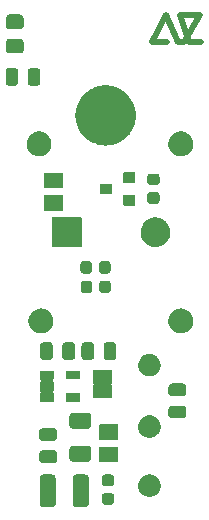
<source format=gts>
G04 #@! TF.GenerationSoftware,KiCad,Pcbnew,(5.99.0-168-g9990dcc1b)*
G04 #@! TF.CreationDate,2019-12-17T14:25:06+03:00*
G04 #@! TF.ProjectId,SmartPartsIONBoard,536d6172-7450-4617-9274-73494f4e426f,rev?*
G04 #@! TF.SameCoordinates,Original*
G04 #@! TF.FileFunction,Soldermask,Top*
G04 #@! TF.FilePolarity,Negative*
%FSLAX46Y46*%
G04 Gerber Fmt 4.6, Leading zero omitted, Abs format (unit mm)*
G04 Created by KiCad (PCBNEW (5.99.0-168-g9990dcc1b)) date 2019-12-17 14:25:06*
%MOMM*%
%LPD*%
G04 APERTURE LIST*
%ADD10C,0.500000*%
%ADD11C,0.100000*%
G04 APERTURE END LIST*
D10*
X72980000Y-34420000D02*
X74180000Y-32120000D01*
X75380000Y-32120000D02*
X76180000Y-34420000D01*
X74180000Y-32120000D02*
X75180000Y-34420000D01*
X75680000Y-34420000D02*
X77080000Y-32120000D01*
X76180000Y-34420000D02*
X77180000Y-34420000D01*
X75180000Y-34420000D02*
X75680000Y-34420000D01*
X74280000Y-34420000D02*
X72980000Y-34420000D01*
X77080000Y-32120000D02*
X75380000Y-32120000D01*
D11*
G36*
X67441756Y-71036764D02*
G01*
X67453228Y-71042289D01*
X67461286Y-71043795D01*
X67478543Y-71054480D01*
X67523638Y-71076197D01*
X67543738Y-71094847D01*
X67556964Y-71103036D01*
X67567264Y-71116676D01*
X67590265Y-71138017D01*
X67612617Y-71176732D01*
X67624781Y-71192840D01*
X67626750Y-71201212D01*
X67634506Y-71214646D01*
X67653419Y-71314603D01*
X67656883Y-71329331D01*
X67656883Y-71332910D01*
X67658194Y-71339839D01*
X67658194Y-73462516D01*
X67643236Y-73561756D01*
X67637711Y-73573228D01*
X67636205Y-73581286D01*
X67625520Y-73598543D01*
X67603803Y-73643638D01*
X67585153Y-73663738D01*
X67576964Y-73676964D01*
X67563324Y-73687264D01*
X67541983Y-73710265D01*
X67503268Y-73732617D01*
X67487160Y-73744781D01*
X67478788Y-73746750D01*
X67465354Y-73754506D01*
X67365397Y-73773419D01*
X67350669Y-73776883D01*
X67347090Y-73776883D01*
X67340161Y-73778194D01*
X66617484Y-73778194D01*
X66518244Y-73763236D01*
X66506772Y-73757711D01*
X66498714Y-73756205D01*
X66481457Y-73745520D01*
X66436362Y-73723803D01*
X66416262Y-73705153D01*
X66403036Y-73696964D01*
X66392736Y-73683324D01*
X66369735Y-73661983D01*
X66347383Y-73623268D01*
X66335219Y-73607160D01*
X66333250Y-73598788D01*
X66325494Y-73585354D01*
X66306581Y-73485397D01*
X66303117Y-73470669D01*
X66303117Y-73467090D01*
X66301806Y-73460161D01*
X66301806Y-71337484D01*
X66316764Y-71238244D01*
X66322289Y-71226772D01*
X66323795Y-71218714D01*
X66334480Y-71201457D01*
X66356197Y-71156362D01*
X66374847Y-71136262D01*
X66383036Y-71123036D01*
X66396676Y-71112736D01*
X66418017Y-71089735D01*
X66456732Y-71067383D01*
X66472840Y-71055219D01*
X66481212Y-71053250D01*
X66494646Y-71045494D01*
X66594603Y-71026581D01*
X66609331Y-71023117D01*
X66612910Y-71023117D01*
X66619839Y-71021806D01*
X67342516Y-71021806D01*
X67441756Y-71036764D01*
X67441756Y-71036764D01*
G37*
G36*
X64641756Y-71036764D02*
G01*
X64653228Y-71042289D01*
X64661286Y-71043795D01*
X64678543Y-71054480D01*
X64723638Y-71076197D01*
X64743738Y-71094847D01*
X64756964Y-71103036D01*
X64767264Y-71116676D01*
X64790265Y-71138017D01*
X64812617Y-71176732D01*
X64824781Y-71192840D01*
X64826750Y-71201212D01*
X64834506Y-71214646D01*
X64853419Y-71314603D01*
X64856883Y-71329331D01*
X64856883Y-71332910D01*
X64858194Y-71339839D01*
X64858194Y-73462516D01*
X64843236Y-73561756D01*
X64837711Y-73573228D01*
X64836205Y-73581286D01*
X64825520Y-73598543D01*
X64803803Y-73643638D01*
X64785153Y-73663738D01*
X64776964Y-73676964D01*
X64763324Y-73687264D01*
X64741983Y-73710265D01*
X64703268Y-73732617D01*
X64687160Y-73744781D01*
X64678788Y-73746750D01*
X64665354Y-73754506D01*
X64565397Y-73773419D01*
X64550669Y-73776883D01*
X64547090Y-73776883D01*
X64540161Y-73778194D01*
X63817484Y-73778194D01*
X63718244Y-73763236D01*
X63706772Y-73757711D01*
X63698714Y-73756205D01*
X63681457Y-73745520D01*
X63636362Y-73723803D01*
X63616262Y-73705153D01*
X63603036Y-73696964D01*
X63592736Y-73683324D01*
X63569735Y-73661983D01*
X63547383Y-73623268D01*
X63535219Y-73607160D01*
X63533250Y-73598788D01*
X63525494Y-73585354D01*
X63506581Y-73485397D01*
X63503117Y-73470669D01*
X63503117Y-73467090D01*
X63501806Y-73460161D01*
X63501806Y-71337484D01*
X63516764Y-71238244D01*
X63522289Y-71226772D01*
X63523795Y-71218714D01*
X63534480Y-71201457D01*
X63556197Y-71156362D01*
X63574847Y-71136262D01*
X63583036Y-71123036D01*
X63596676Y-71112736D01*
X63618017Y-71089735D01*
X63656732Y-71067383D01*
X63672840Y-71055219D01*
X63681212Y-71053250D01*
X63694646Y-71045494D01*
X63794603Y-71026581D01*
X63809331Y-71023117D01*
X63812910Y-71023117D01*
X63819839Y-71021806D01*
X64542516Y-71021806D01*
X64641756Y-71036764D01*
X64641756Y-71036764D01*
G37*
G36*
X69531231Y-72588001D02*
G01*
X69531964Y-72588001D01*
X69534829Y-72588571D01*
X69617918Y-72601731D01*
X69628760Y-72607255D01*
X69637215Y-72608937D01*
X69653768Y-72619998D01*
X69694054Y-72640524D01*
X69713316Y-72659786D01*
X69726443Y-72668557D01*
X69735214Y-72681684D01*
X69754476Y-72700946D01*
X69775002Y-72741232D01*
X69786063Y-72757785D01*
X69787745Y-72766240D01*
X69793269Y-72777082D01*
X69806429Y-72860171D01*
X69806999Y-72863036D01*
X69806999Y-72863769D01*
X69808194Y-72871314D01*
X69808194Y-73283686D01*
X69806999Y-73291231D01*
X69806999Y-73291964D01*
X69806429Y-73294829D01*
X69793269Y-73377918D01*
X69787745Y-73388760D01*
X69786063Y-73397215D01*
X69775002Y-73413768D01*
X69754476Y-73454054D01*
X69735214Y-73473316D01*
X69726443Y-73486443D01*
X69713316Y-73495214D01*
X69694054Y-73514476D01*
X69653768Y-73535002D01*
X69637215Y-73546063D01*
X69628760Y-73547745D01*
X69617918Y-73553269D01*
X69534829Y-73566429D01*
X69531964Y-73566999D01*
X69531231Y-73566999D01*
X69523686Y-73568194D01*
X69036314Y-73568194D01*
X69028769Y-73566999D01*
X69028036Y-73566999D01*
X69025171Y-73566429D01*
X68942082Y-73553269D01*
X68931240Y-73547745D01*
X68922785Y-73546063D01*
X68906232Y-73535002D01*
X68865946Y-73514476D01*
X68846684Y-73495214D01*
X68833557Y-73486443D01*
X68824786Y-73473316D01*
X68805524Y-73454054D01*
X68784998Y-73413768D01*
X68773937Y-73397215D01*
X68772255Y-73388760D01*
X68766731Y-73377918D01*
X68753571Y-73294829D01*
X68753001Y-73291964D01*
X68753001Y-73291231D01*
X68751806Y-73283686D01*
X68751806Y-72871314D01*
X68753001Y-72863769D01*
X68753001Y-72863036D01*
X68753571Y-72860171D01*
X68766731Y-72777082D01*
X68772255Y-72766240D01*
X68773937Y-72757785D01*
X68784998Y-72741232D01*
X68805524Y-72700946D01*
X68824786Y-72681684D01*
X68833557Y-72668557D01*
X68846684Y-72659786D01*
X68865946Y-72640524D01*
X68906232Y-72619998D01*
X68922785Y-72608937D01*
X68931240Y-72607255D01*
X68942082Y-72601731D01*
X69025171Y-72588571D01*
X69028036Y-72588001D01*
X69028769Y-72588001D01*
X69036314Y-72586806D01*
X69523686Y-72586806D01*
X69531231Y-72588001D01*
X69531231Y-72588001D01*
G37*
G36*
X72886675Y-71012627D02*
G01*
X72927905Y-71014680D01*
X72976080Y-71026468D01*
X73030954Y-71034963D01*
X73069728Y-71049383D01*
X73104176Y-71057812D01*
X73154544Y-71080925D01*
X73212037Y-71102307D01*
X73242173Y-71121138D01*
X73269107Y-71133498D01*
X73318922Y-71169097D01*
X73375880Y-71204688D01*
X73397387Y-71225168D01*
X73416749Y-71239005D01*
X73462931Y-71287585D01*
X73515790Y-71337922D01*
X73529404Y-71357511D01*
X73541782Y-71370531D01*
X73581083Y-71431866D01*
X73626052Y-71496569D01*
X73633145Y-71513119D01*
X73639683Y-71523322D01*
X73668818Y-71596349D01*
X73702162Y-71674146D01*
X73704606Y-71686051D01*
X73706928Y-71691872D01*
X73722813Y-71774748D01*
X73741010Y-71863400D01*
X73740988Y-71869580D01*
X73741056Y-71869932D01*
X73740404Y-72056704D01*
X73740335Y-72057053D01*
X73740313Y-72063237D01*
X73721491Y-72151785D01*
X73705034Y-72234522D01*
X73702671Y-72240327D01*
X73700144Y-72252215D01*
X73666246Y-72329806D01*
X73636613Y-72402599D01*
X73630009Y-72412748D01*
X73622797Y-72429257D01*
X73577357Y-72493672D01*
X73537645Y-72554707D01*
X73525180Y-72567637D01*
X73511430Y-72587129D01*
X73458221Y-72637096D01*
X73411704Y-72685349D01*
X73392248Y-72699048D01*
X73370593Y-72719384D01*
X73313380Y-72754582D01*
X73263323Y-72789828D01*
X73236302Y-72802000D01*
X73206039Y-72820618D01*
X73148399Y-72841597D01*
X73097868Y-72864360D01*
X73063362Y-72872549D01*
X73024490Y-72886697D01*
X72969568Y-72894807D01*
X72921307Y-72906260D01*
X72880057Y-72908025D01*
X72833363Y-72914920D01*
X72783741Y-72912146D01*
X72740000Y-72914017D01*
X72693403Y-72907095D01*
X72640464Y-72904135D01*
X72598057Y-72892931D01*
X72560504Y-72887352D01*
X72510566Y-72869815D01*
X72453673Y-72854783D01*
X72419600Y-72837869D01*
X72389288Y-72827224D01*
X72338557Y-72797639D01*
X72280621Y-72768879D01*
X72255245Y-72749053D01*
X72232528Y-72735805D01*
X72183930Y-72693335D01*
X72128378Y-72649933D01*
X72111292Y-72629857D01*
X72095884Y-72616392D01*
X72052628Y-72560928D01*
X72003161Y-72502804D01*
X71993277Y-72484825D01*
X71984285Y-72473295D01*
X71949661Y-72405488D01*
X71910086Y-72333501D01*
X71905749Y-72319492D01*
X71901760Y-72311679D01*
X71878983Y-72233022D01*
X71852955Y-72148941D01*
X71852095Y-72140173D01*
X71851285Y-72137375D01*
X71843295Y-72050423D01*
X71834102Y-71956663D01*
X71843949Y-71862976D01*
X71852546Y-71776079D01*
X71853376Y-71773287D01*
X71854297Y-71764521D01*
X71880920Y-71680594D01*
X71904237Y-71602129D01*
X71908280Y-71594346D01*
X71912715Y-71580365D01*
X71952811Y-71508621D01*
X71987891Y-71441090D01*
X71996956Y-71429632D01*
X72006969Y-71411716D01*
X72056849Y-71353930D01*
X72100484Y-71298776D01*
X72115984Y-71285420D01*
X72133210Y-71265464D01*
X72189069Y-71222447D01*
X72237959Y-71180321D01*
X72260768Y-71167232D01*
X72286281Y-71147584D01*
X72344401Y-71119237D01*
X72395350Y-71089999D01*
X72425746Y-71079562D01*
X72459928Y-71062891D01*
X72516921Y-71048258D01*
X72566983Y-71031069D01*
X72604572Y-71025753D01*
X72647059Y-71014844D01*
X72700020Y-71012254D01*
X72746663Y-71005657D01*
X72790388Y-71007834D01*
X72840028Y-71005406D01*
X72886675Y-71012627D01*
X72886675Y-71012627D01*
G37*
G36*
X69531231Y-71013001D02*
G01*
X69531964Y-71013001D01*
X69534829Y-71013571D01*
X69617918Y-71026731D01*
X69628760Y-71032255D01*
X69637215Y-71033937D01*
X69653768Y-71044998D01*
X69694054Y-71065524D01*
X69713316Y-71084786D01*
X69726443Y-71093557D01*
X69735214Y-71106684D01*
X69754476Y-71125946D01*
X69775002Y-71166232D01*
X69786063Y-71182785D01*
X69787745Y-71191240D01*
X69793269Y-71202082D01*
X69806429Y-71285171D01*
X69806999Y-71288036D01*
X69806999Y-71288769D01*
X69808194Y-71296314D01*
X69808194Y-71708686D01*
X69806999Y-71716231D01*
X69806999Y-71716964D01*
X69806429Y-71719829D01*
X69793269Y-71802918D01*
X69787745Y-71813760D01*
X69786063Y-71822215D01*
X69775002Y-71838768D01*
X69754476Y-71879054D01*
X69735214Y-71898316D01*
X69726443Y-71911443D01*
X69713316Y-71920214D01*
X69694054Y-71939476D01*
X69653768Y-71960002D01*
X69637215Y-71971063D01*
X69628760Y-71972745D01*
X69617918Y-71978269D01*
X69534829Y-71991429D01*
X69531964Y-71991999D01*
X69531231Y-71991999D01*
X69523686Y-71993194D01*
X69036314Y-71993194D01*
X69028769Y-71991999D01*
X69028036Y-71991999D01*
X69025171Y-71991429D01*
X68942082Y-71978269D01*
X68931240Y-71972745D01*
X68922785Y-71971063D01*
X68906232Y-71960002D01*
X68865946Y-71939476D01*
X68846684Y-71920214D01*
X68833557Y-71911443D01*
X68824786Y-71898316D01*
X68805524Y-71879054D01*
X68784998Y-71838768D01*
X68773937Y-71822215D01*
X68772255Y-71813760D01*
X68766731Y-71802918D01*
X68753571Y-71719829D01*
X68753001Y-71716964D01*
X68753001Y-71716231D01*
X68751806Y-71708686D01*
X68751806Y-71296314D01*
X68753001Y-71288769D01*
X68753001Y-71288036D01*
X68753571Y-71285171D01*
X68766731Y-71202082D01*
X68772255Y-71191240D01*
X68773937Y-71182785D01*
X68784998Y-71166232D01*
X68805524Y-71125946D01*
X68824786Y-71106684D01*
X68833557Y-71093557D01*
X68846684Y-71084786D01*
X68865946Y-71065524D01*
X68906232Y-71044998D01*
X68922785Y-71033937D01*
X68931240Y-71032255D01*
X68942082Y-71026731D01*
X69025171Y-71013571D01*
X69028036Y-71013001D01*
X69028769Y-71013001D01*
X69036314Y-71011806D01*
X69523686Y-71011806D01*
X69531231Y-71013001D01*
X69531231Y-71013001D01*
G37*
G36*
X64661652Y-68978117D02*
G01*
X64662027Y-68978117D01*
X64664106Y-68978506D01*
X64755430Y-68992970D01*
X64763513Y-68997088D01*
X64770347Y-68998366D01*
X64790453Y-69010815D01*
X64838620Y-69035357D01*
X64852488Y-69049225D01*
X64864039Y-69056377D01*
X64877607Y-69074344D01*
X64904643Y-69101380D01*
X64918374Y-69128328D01*
X64930447Y-69144316D01*
X64933814Y-69158632D01*
X64947030Y-69184570D01*
X64961701Y-69277200D01*
X64961883Y-69277973D01*
X64961883Y-69278348D01*
X64963194Y-69286625D01*
X64963194Y-69748375D01*
X64961883Y-69756652D01*
X64961883Y-69757027D01*
X64961494Y-69759106D01*
X64947030Y-69850430D01*
X64942912Y-69858513D01*
X64941634Y-69865347D01*
X64929185Y-69885453D01*
X64904643Y-69933620D01*
X64890775Y-69947488D01*
X64883623Y-69959039D01*
X64865656Y-69972607D01*
X64838620Y-69999643D01*
X64811672Y-70013374D01*
X64795684Y-70025447D01*
X64781368Y-70028814D01*
X64755430Y-70042030D01*
X64662800Y-70056701D01*
X64662027Y-70056883D01*
X64661652Y-70056883D01*
X64653375Y-70058194D01*
X63766625Y-70058194D01*
X63758348Y-70056883D01*
X63757973Y-70056883D01*
X63755894Y-70056494D01*
X63664570Y-70042030D01*
X63656487Y-70037912D01*
X63649653Y-70036634D01*
X63629547Y-70024185D01*
X63581380Y-69999643D01*
X63567512Y-69985775D01*
X63555961Y-69978623D01*
X63542393Y-69960656D01*
X63515357Y-69933620D01*
X63501626Y-69906672D01*
X63489553Y-69890684D01*
X63486186Y-69876368D01*
X63472970Y-69850430D01*
X63458299Y-69757800D01*
X63458117Y-69757027D01*
X63458117Y-69756652D01*
X63456806Y-69748375D01*
X63456806Y-69286625D01*
X63458117Y-69278348D01*
X63458117Y-69277973D01*
X63458506Y-69275894D01*
X63472970Y-69184570D01*
X63477088Y-69176487D01*
X63478366Y-69169653D01*
X63490815Y-69149547D01*
X63515357Y-69101380D01*
X63529225Y-69087512D01*
X63536377Y-69075961D01*
X63554344Y-69062393D01*
X63581380Y-69035357D01*
X63608328Y-69021626D01*
X63624316Y-69009553D01*
X63638632Y-69006186D01*
X63664570Y-68992970D01*
X63757200Y-68978299D01*
X63757973Y-68978117D01*
X63758348Y-68978117D01*
X63766625Y-68976806D01*
X64653375Y-68976806D01*
X64661652Y-68978117D01*
X64661652Y-68978117D01*
G37*
G36*
X70119899Y-68691959D02*
G01*
X70136769Y-68703231D01*
X70148041Y-68720101D01*
X70154448Y-68752312D01*
X70154448Y-69927688D01*
X70151999Y-69940000D01*
X70148041Y-69959899D01*
X70136769Y-69976769D01*
X70119899Y-69988041D01*
X70100000Y-69991999D01*
X70087688Y-69994448D01*
X68612312Y-69994448D01*
X68580101Y-69988041D01*
X68563231Y-69976769D01*
X68551959Y-69959899D01*
X68545552Y-69927688D01*
X68545552Y-68752312D01*
X68551959Y-68720101D01*
X68563231Y-68703231D01*
X68580101Y-68691959D01*
X68612312Y-68685552D01*
X70087688Y-68685552D01*
X70119899Y-68691959D01*
X70119899Y-68691959D01*
G37*
G36*
X67651756Y-68596764D02*
G01*
X67663228Y-68602289D01*
X67671286Y-68603795D01*
X67688543Y-68614480D01*
X67733638Y-68636197D01*
X67753738Y-68654847D01*
X67766964Y-68663036D01*
X67777264Y-68676676D01*
X67800265Y-68698017D01*
X67822617Y-68736732D01*
X67834781Y-68752840D01*
X67836750Y-68761212D01*
X67844506Y-68774646D01*
X67863419Y-68874603D01*
X67866883Y-68889331D01*
X67866883Y-68892910D01*
X67868194Y-68899839D01*
X67868194Y-69622516D01*
X67853236Y-69721756D01*
X67847711Y-69733228D01*
X67846205Y-69741286D01*
X67835520Y-69758543D01*
X67813803Y-69803638D01*
X67795153Y-69823738D01*
X67786964Y-69836964D01*
X67773324Y-69847264D01*
X67751983Y-69870265D01*
X67713268Y-69892617D01*
X67697160Y-69904781D01*
X67688788Y-69906750D01*
X67675354Y-69914506D01*
X67575397Y-69933419D01*
X67560669Y-69936883D01*
X67557090Y-69936883D01*
X67550161Y-69938194D01*
X66327484Y-69938194D01*
X66228244Y-69923236D01*
X66216772Y-69917711D01*
X66208714Y-69916205D01*
X66191457Y-69905520D01*
X66146362Y-69883803D01*
X66126262Y-69865153D01*
X66113036Y-69856964D01*
X66102736Y-69843324D01*
X66079735Y-69821983D01*
X66057383Y-69783268D01*
X66045219Y-69767160D01*
X66043250Y-69758788D01*
X66035494Y-69745354D01*
X66016581Y-69645397D01*
X66013117Y-69630669D01*
X66013117Y-69627090D01*
X66011806Y-69620161D01*
X66011806Y-68897484D01*
X66026764Y-68798244D01*
X66032289Y-68786772D01*
X66033795Y-68778714D01*
X66044480Y-68761457D01*
X66066197Y-68716362D01*
X66084847Y-68696262D01*
X66093036Y-68683036D01*
X66106676Y-68672736D01*
X66128017Y-68649735D01*
X66166732Y-68627383D01*
X66182840Y-68615219D01*
X66191212Y-68613250D01*
X66204646Y-68605494D01*
X66304603Y-68586581D01*
X66319331Y-68583117D01*
X66322910Y-68583117D01*
X66329839Y-68581806D01*
X67552516Y-68581806D01*
X67651756Y-68596764D01*
X67651756Y-68596764D01*
G37*
G36*
X64661652Y-67103117D02*
G01*
X64662027Y-67103117D01*
X64664106Y-67103506D01*
X64755430Y-67117970D01*
X64763513Y-67122088D01*
X64770347Y-67123366D01*
X64790453Y-67135815D01*
X64838620Y-67160357D01*
X64852488Y-67174225D01*
X64864039Y-67181377D01*
X64877607Y-67199344D01*
X64904643Y-67226380D01*
X64918374Y-67253328D01*
X64930447Y-67269316D01*
X64933814Y-67283632D01*
X64947030Y-67309570D01*
X64961701Y-67402200D01*
X64961883Y-67402973D01*
X64961883Y-67403348D01*
X64963194Y-67411625D01*
X64963194Y-67873375D01*
X64961883Y-67881652D01*
X64961883Y-67882027D01*
X64961494Y-67884106D01*
X64947030Y-67975430D01*
X64942912Y-67983513D01*
X64941634Y-67990347D01*
X64929185Y-68010453D01*
X64904643Y-68058620D01*
X64890775Y-68072488D01*
X64883623Y-68084039D01*
X64865656Y-68097607D01*
X64838620Y-68124643D01*
X64811672Y-68138374D01*
X64795684Y-68150447D01*
X64781368Y-68153814D01*
X64755430Y-68167030D01*
X64662800Y-68181701D01*
X64662027Y-68181883D01*
X64661652Y-68181883D01*
X64653375Y-68183194D01*
X63766625Y-68183194D01*
X63758348Y-68181883D01*
X63757973Y-68181883D01*
X63755894Y-68181494D01*
X63664570Y-68167030D01*
X63656487Y-68162912D01*
X63649653Y-68161634D01*
X63629547Y-68149185D01*
X63581380Y-68124643D01*
X63567512Y-68110775D01*
X63555961Y-68103623D01*
X63542393Y-68085656D01*
X63515357Y-68058620D01*
X63501626Y-68031672D01*
X63489553Y-68015684D01*
X63486186Y-68001368D01*
X63472970Y-67975430D01*
X63458299Y-67882800D01*
X63458117Y-67882027D01*
X63458117Y-67881652D01*
X63456806Y-67873375D01*
X63456806Y-67411625D01*
X63458117Y-67403348D01*
X63458117Y-67402973D01*
X63458506Y-67400894D01*
X63472970Y-67309570D01*
X63477088Y-67301487D01*
X63478366Y-67294653D01*
X63490815Y-67274547D01*
X63515357Y-67226380D01*
X63529225Y-67212512D01*
X63536377Y-67200961D01*
X63554344Y-67187393D01*
X63581380Y-67160357D01*
X63608328Y-67146626D01*
X63624316Y-67134553D01*
X63638632Y-67131186D01*
X63664570Y-67117970D01*
X63757200Y-67103299D01*
X63757973Y-67103117D01*
X63758348Y-67103117D01*
X63766625Y-67101806D01*
X64653375Y-67101806D01*
X64661652Y-67103117D01*
X64661652Y-67103117D01*
G37*
G36*
X70119899Y-66791959D02*
G01*
X70136769Y-66803231D01*
X70148041Y-66820101D01*
X70154448Y-66852312D01*
X70154448Y-68027688D01*
X70151999Y-68040000D01*
X70148041Y-68059899D01*
X70136769Y-68076769D01*
X70119899Y-68088041D01*
X70100000Y-68091999D01*
X70087688Y-68094448D01*
X68612312Y-68094448D01*
X68580101Y-68088041D01*
X68563231Y-68076769D01*
X68551959Y-68059899D01*
X68545552Y-68027688D01*
X68545552Y-66852312D01*
X68551959Y-66820101D01*
X68563231Y-66803231D01*
X68580101Y-66791959D01*
X68612312Y-66785552D01*
X70087688Y-66785552D01*
X70119899Y-66791959D01*
X70119899Y-66791959D01*
G37*
G36*
X72886675Y-66012627D02*
G01*
X72927905Y-66014680D01*
X72976080Y-66026468D01*
X73030954Y-66034963D01*
X73069728Y-66049383D01*
X73104176Y-66057812D01*
X73154544Y-66080925D01*
X73212037Y-66102307D01*
X73242173Y-66121138D01*
X73269107Y-66133498D01*
X73318922Y-66169097D01*
X73375880Y-66204688D01*
X73397387Y-66225168D01*
X73416749Y-66239005D01*
X73462931Y-66287585D01*
X73515790Y-66337922D01*
X73529404Y-66357511D01*
X73541782Y-66370531D01*
X73581083Y-66431866D01*
X73626052Y-66496569D01*
X73633145Y-66513119D01*
X73639683Y-66523322D01*
X73668818Y-66596349D01*
X73702162Y-66674146D01*
X73704606Y-66686051D01*
X73706928Y-66691872D01*
X73722813Y-66774748D01*
X73741010Y-66863400D01*
X73740988Y-66869580D01*
X73741056Y-66869932D01*
X73740404Y-67056704D01*
X73740335Y-67057053D01*
X73740313Y-67063237D01*
X73721491Y-67151785D01*
X73705034Y-67234522D01*
X73702671Y-67240327D01*
X73700144Y-67252215D01*
X73666246Y-67329806D01*
X73636613Y-67402599D01*
X73630009Y-67412748D01*
X73622797Y-67429257D01*
X73577357Y-67493672D01*
X73537645Y-67554707D01*
X73525180Y-67567637D01*
X73511430Y-67587129D01*
X73458221Y-67637096D01*
X73411704Y-67685349D01*
X73392248Y-67699048D01*
X73370593Y-67719384D01*
X73313380Y-67754582D01*
X73263323Y-67789828D01*
X73236302Y-67802000D01*
X73206039Y-67820618D01*
X73148399Y-67841597D01*
X73097868Y-67864360D01*
X73063362Y-67872549D01*
X73024490Y-67886697D01*
X72969568Y-67894807D01*
X72921307Y-67906260D01*
X72880057Y-67908025D01*
X72833363Y-67914920D01*
X72783741Y-67912146D01*
X72740000Y-67914017D01*
X72693403Y-67907095D01*
X72640464Y-67904135D01*
X72598057Y-67892931D01*
X72560504Y-67887352D01*
X72510566Y-67869815D01*
X72453673Y-67854783D01*
X72419600Y-67837869D01*
X72389288Y-67827224D01*
X72338557Y-67797639D01*
X72280621Y-67768879D01*
X72255245Y-67749053D01*
X72232528Y-67735805D01*
X72183930Y-67693335D01*
X72128378Y-67649933D01*
X72111292Y-67629857D01*
X72095884Y-67616392D01*
X72052628Y-67560928D01*
X72003161Y-67502804D01*
X71993277Y-67484825D01*
X71984285Y-67473295D01*
X71949661Y-67405488D01*
X71910086Y-67333501D01*
X71905749Y-67319492D01*
X71901760Y-67311679D01*
X71878983Y-67233022D01*
X71852955Y-67148941D01*
X71852095Y-67140173D01*
X71851285Y-67137375D01*
X71843295Y-67050423D01*
X71834102Y-66956663D01*
X71843949Y-66862976D01*
X71852546Y-66776079D01*
X71853376Y-66773287D01*
X71854297Y-66764521D01*
X71880920Y-66680594D01*
X71904237Y-66602129D01*
X71908280Y-66594346D01*
X71912715Y-66580365D01*
X71952811Y-66508621D01*
X71987891Y-66441090D01*
X71996956Y-66429632D01*
X72006969Y-66411716D01*
X72056849Y-66353930D01*
X72100484Y-66298776D01*
X72115984Y-66285420D01*
X72133210Y-66265464D01*
X72189069Y-66222447D01*
X72237959Y-66180321D01*
X72260768Y-66167232D01*
X72286281Y-66147584D01*
X72344401Y-66119237D01*
X72395350Y-66089999D01*
X72425746Y-66079562D01*
X72459928Y-66062891D01*
X72516921Y-66048258D01*
X72566983Y-66031069D01*
X72604572Y-66025753D01*
X72647059Y-66014844D01*
X72700020Y-66012254D01*
X72746663Y-66005657D01*
X72790388Y-66007834D01*
X72840028Y-66005406D01*
X72886675Y-66012627D01*
X72886675Y-66012627D01*
G37*
G36*
X67651756Y-65796764D02*
G01*
X67663228Y-65802289D01*
X67671286Y-65803795D01*
X67688543Y-65814480D01*
X67733638Y-65836197D01*
X67753738Y-65854847D01*
X67766964Y-65863036D01*
X67777264Y-65876676D01*
X67800265Y-65898017D01*
X67822617Y-65936732D01*
X67834781Y-65952840D01*
X67836750Y-65961212D01*
X67844506Y-65974646D01*
X67863419Y-66074603D01*
X67866883Y-66089331D01*
X67866883Y-66092910D01*
X67868194Y-66099839D01*
X67868194Y-66822516D01*
X67853236Y-66921756D01*
X67847711Y-66933228D01*
X67846205Y-66941286D01*
X67835520Y-66958543D01*
X67813803Y-67003638D01*
X67795153Y-67023738D01*
X67786964Y-67036964D01*
X67773324Y-67047264D01*
X67751983Y-67070265D01*
X67713268Y-67092617D01*
X67697160Y-67104781D01*
X67688788Y-67106750D01*
X67675354Y-67114506D01*
X67575397Y-67133419D01*
X67560669Y-67136883D01*
X67557090Y-67136883D01*
X67550161Y-67138194D01*
X66327484Y-67138194D01*
X66228244Y-67123236D01*
X66216772Y-67117711D01*
X66208714Y-67116205D01*
X66191457Y-67105520D01*
X66146362Y-67083803D01*
X66126262Y-67065153D01*
X66113036Y-67056964D01*
X66102736Y-67043324D01*
X66079735Y-67021983D01*
X66057383Y-66983268D01*
X66045219Y-66967160D01*
X66043250Y-66958788D01*
X66035494Y-66945354D01*
X66016581Y-66845397D01*
X66013117Y-66830669D01*
X66013117Y-66827090D01*
X66011806Y-66820161D01*
X66011806Y-66097484D01*
X66026764Y-65998244D01*
X66032289Y-65986772D01*
X66033795Y-65978714D01*
X66044480Y-65961457D01*
X66066197Y-65916362D01*
X66084847Y-65896262D01*
X66093036Y-65883036D01*
X66106676Y-65872736D01*
X66128017Y-65849735D01*
X66166732Y-65827383D01*
X66182840Y-65815219D01*
X66191212Y-65813250D01*
X66204646Y-65805494D01*
X66304603Y-65786581D01*
X66319331Y-65783117D01*
X66322910Y-65783117D01*
X66329839Y-65781806D01*
X67552516Y-65781806D01*
X67651756Y-65796764D01*
X67651756Y-65796764D01*
G37*
G36*
X75601652Y-65188117D02*
G01*
X75602027Y-65188117D01*
X75604106Y-65188506D01*
X75695430Y-65202970D01*
X75703513Y-65207088D01*
X75710347Y-65208366D01*
X75730453Y-65220815D01*
X75778620Y-65245357D01*
X75792488Y-65259225D01*
X75804039Y-65266377D01*
X75817607Y-65284344D01*
X75844643Y-65311380D01*
X75858374Y-65338328D01*
X75870447Y-65354316D01*
X75873814Y-65368632D01*
X75887030Y-65394570D01*
X75901701Y-65487200D01*
X75901883Y-65487973D01*
X75901883Y-65488348D01*
X75903194Y-65496625D01*
X75903194Y-65958375D01*
X75901883Y-65966652D01*
X75901883Y-65967027D01*
X75901494Y-65969106D01*
X75887030Y-66060430D01*
X75882912Y-66068513D01*
X75881634Y-66075347D01*
X75869185Y-66095453D01*
X75844643Y-66143620D01*
X75830775Y-66157488D01*
X75823623Y-66169039D01*
X75805656Y-66182607D01*
X75778620Y-66209643D01*
X75751672Y-66223374D01*
X75735684Y-66235447D01*
X75721368Y-66238814D01*
X75695430Y-66252030D01*
X75602800Y-66266701D01*
X75602027Y-66266883D01*
X75601652Y-66266883D01*
X75593375Y-66268194D01*
X74706625Y-66268194D01*
X74698348Y-66266883D01*
X74697973Y-66266883D01*
X74695894Y-66266494D01*
X74604570Y-66252030D01*
X74596487Y-66247912D01*
X74589653Y-66246634D01*
X74569547Y-66234185D01*
X74521380Y-66209643D01*
X74507512Y-66195775D01*
X74495961Y-66188623D01*
X74482393Y-66170656D01*
X74455357Y-66143620D01*
X74441626Y-66116672D01*
X74429553Y-66100684D01*
X74426186Y-66086368D01*
X74412970Y-66060430D01*
X74398299Y-65967800D01*
X74398117Y-65967027D01*
X74398117Y-65966652D01*
X74396806Y-65958375D01*
X74396806Y-65496625D01*
X74398117Y-65488348D01*
X74398117Y-65487973D01*
X74398506Y-65485894D01*
X74412970Y-65394570D01*
X74417088Y-65386487D01*
X74418366Y-65379653D01*
X74430815Y-65359547D01*
X74455357Y-65311380D01*
X74469225Y-65297512D01*
X74476377Y-65285961D01*
X74494344Y-65272393D01*
X74521380Y-65245357D01*
X74548328Y-65231626D01*
X74564316Y-65219553D01*
X74578632Y-65216186D01*
X74604570Y-65202970D01*
X74697200Y-65188299D01*
X74697973Y-65188117D01*
X74698348Y-65188117D01*
X74706625Y-65186806D01*
X75593375Y-65186806D01*
X75601652Y-65188117D01*
X75601652Y-65188117D01*
G37*
G36*
X66859899Y-64126959D02*
G01*
X66876769Y-64138231D01*
X66888041Y-64155101D01*
X66894448Y-64187312D01*
X66894448Y-64812688D01*
X66891999Y-64825000D01*
X66888041Y-64844899D01*
X66876769Y-64861769D01*
X66859899Y-64873041D01*
X66840000Y-64876999D01*
X66827688Y-64879448D01*
X65792312Y-64879448D01*
X65760101Y-64873041D01*
X65743231Y-64861769D01*
X65731959Y-64844899D01*
X65725552Y-64812688D01*
X65725552Y-64187312D01*
X65731959Y-64155101D01*
X65743231Y-64138231D01*
X65760101Y-64126959D01*
X65792312Y-64120552D01*
X66827688Y-64120552D01*
X66859899Y-64126959D01*
X66859899Y-64126959D01*
G37*
G36*
X64659899Y-62226959D02*
G01*
X64676769Y-62238231D01*
X64688041Y-62255101D01*
X64694448Y-62287312D01*
X64694448Y-62912688D01*
X64688041Y-62944899D01*
X64676769Y-62961769D01*
X64662853Y-62971067D01*
X64617686Y-63025111D01*
X64608908Y-63094994D01*
X64662853Y-63178933D01*
X64676769Y-63188231D01*
X64688041Y-63205101D01*
X64694448Y-63237312D01*
X64694448Y-63862688D01*
X64688041Y-63894899D01*
X64676769Y-63911769D01*
X64662853Y-63921067D01*
X64617686Y-63975111D01*
X64608908Y-64044994D01*
X64662853Y-64128933D01*
X64676769Y-64138231D01*
X64688041Y-64155101D01*
X64694448Y-64187312D01*
X64694448Y-64812688D01*
X64691999Y-64825000D01*
X64688041Y-64844899D01*
X64676769Y-64861769D01*
X64659899Y-64873041D01*
X64640000Y-64876999D01*
X64627688Y-64879448D01*
X63592312Y-64879448D01*
X63560101Y-64873041D01*
X63543231Y-64861769D01*
X63531959Y-64844899D01*
X63525552Y-64812688D01*
X63525552Y-64187312D01*
X63531959Y-64155101D01*
X63543231Y-64138231D01*
X63557147Y-64128933D01*
X63602314Y-64074889D01*
X63611092Y-64005006D01*
X63557147Y-63921067D01*
X63543231Y-63911769D01*
X63531959Y-63894899D01*
X63525552Y-63862688D01*
X63525552Y-63237312D01*
X63531959Y-63205101D01*
X63543231Y-63188231D01*
X63557147Y-63178933D01*
X63602314Y-63124889D01*
X63611092Y-63055006D01*
X63557147Y-62971067D01*
X63543231Y-62961769D01*
X63531959Y-62944899D01*
X63525552Y-62912688D01*
X63525552Y-62287312D01*
X63531959Y-62255101D01*
X63543231Y-62238231D01*
X63560101Y-62226959D01*
X63592312Y-62220552D01*
X64627688Y-62220552D01*
X64659899Y-62226959D01*
X64659899Y-62226959D01*
G37*
G36*
X69579899Y-62181959D02*
G01*
X69596769Y-62193231D01*
X69608041Y-62210101D01*
X69614448Y-62242312D01*
X69614448Y-63217688D01*
X69608041Y-63249899D01*
X69596769Y-63266769D01*
X69582853Y-63276067D01*
X69537686Y-63330111D01*
X69528908Y-63399994D01*
X69582853Y-63483933D01*
X69596769Y-63493231D01*
X69608041Y-63510101D01*
X69614448Y-63542312D01*
X69614448Y-64517688D01*
X69611999Y-64530000D01*
X69608041Y-64549899D01*
X69596769Y-64566769D01*
X69579899Y-64578041D01*
X69560000Y-64581999D01*
X69547688Y-64584448D01*
X68072312Y-64584448D01*
X68040101Y-64578041D01*
X68023231Y-64566769D01*
X68011959Y-64549899D01*
X68005552Y-64517688D01*
X68005552Y-63542312D01*
X68011959Y-63510101D01*
X68023231Y-63493231D01*
X68037147Y-63483933D01*
X68082314Y-63429889D01*
X68091092Y-63360006D01*
X68037147Y-63276067D01*
X68023231Y-63266769D01*
X68011959Y-63249899D01*
X68005552Y-63217688D01*
X68005552Y-62242312D01*
X68011959Y-62210101D01*
X68023231Y-62193231D01*
X68040101Y-62181959D01*
X68072312Y-62175552D01*
X69547688Y-62175552D01*
X69579899Y-62181959D01*
X69579899Y-62181959D01*
G37*
G36*
X75601652Y-63313117D02*
G01*
X75602027Y-63313117D01*
X75604106Y-63313506D01*
X75695430Y-63327970D01*
X75703513Y-63332088D01*
X75710347Y-63333366D01*
X75730453Y-63345815D01*
X75778620Y-63370357D01*
X75792488Y-63384225D01*
X75804039Y-63391377D01*
X75817607Y-63409344D01*
X75844643Y-63436380D01*
X75858374Y-63463328D01*
X75870447Y-63479316D01*
X75873814Y-63493632D01*
X75887030Y-63519570D01*
X75901701Y-63612200D01*
X75901883Y-63612973D01*
X75901883Y-63613348D01*
X75903194Y-63621625D01*
X75903194Y-64083375D01*
X75901883Y-64091652D01*
X75901883Y-64092027D01*
X75901494Y-64094106D01*
X75887030Y-64185430D01*
X75882912Y-64193513D01*
X75881634Y-64200347D01*
X75869185Y-64220453D01*
X75844643Y-64268620D01*
X75830775Y-64282488D01*
X75823623Y-64294039D01*
X75805656Y-64307607D01*
X75778620Y-64334643D01*
X75751672Y-64348374D01*
X75735684Y-64360447D01*
X75721368Y-64363814D01*
X75695430Y-64377030D01*
X75602800Y-64391701D01*
X75602027Y-64391883D01*
X75601652Y-64391883D01*
X75593375Y-64393194D01*
X74706625Y-64393194D01*
X74698348Y-64391883D01*
X74697973Y-64391883D01*
X74695894Y-64391494D01*
X74604570Y-64377030D01*
X74596487Y-64372912D01*
X74589653Y-64371634D01*
X74569547Y-64359185D01*
X74521380Y-64334643D01*
X74507512Y-64320775D01*
X74495961Y-64313623D01*
X74482393Y-64295656D01*
X74455357Y-64268620D01*
X74441626Y-64241672D01*
X74429553Y-64225684D01*
X74426186Y-64211368D01*
X74412970Y-64185430D01*
X74398299Y-64092800D01*
X74398117Y-64092027D01*
X74398117Y-64091652D01*
X74396806Y-64083375D01*
X74396806Y-63621625D01*
X74398117Y-63613348D01*
X74398117Y-63612973D01*
X74398506Y-63610894D01*
X74412970Y-63519570D01*
X74417088Y-63511487D01*
X74418366Y-63504653D01*
X74430815Y-63484547D01*
X74455357Y-63436380D01*
X74469225Y-63422512D01*
X74476377Y-63410961D01*
X74494344Y-63397393D01*
X74521380Y-63370357D01*
X74548328Y-63356626D01*
X74564316Y-63344553D01*
X74578632Y-63341186D01*
X74604570Y-63327970D01*
X74697200Y-63313299D01*
X74697973Y-63313117D01*
X74698348Y-63313117D01*
X74706625Y-63311806D01*
X75593375Y-63311806D01*
X75601652Y-63313117D01*
X75601652Y-63313117D01*
G37*
G36*
X66859899Y-62226959D02*
G01*
X66876769Y-62238231D01*
X66888041Y-62255101D01*
X66894448Y-62287312D01*
X66894448Y-62912688D01*
X66891999Y-62925000D01*
X66888041Y-62944899D01*
X66876769Y-62961769D01*
X66859899Y-62973041D01*
X66840000Y-62976999D01*
X66827688Y-62979448D01*
X65792312Y-62979448D01*
X65760101Y-62973041D01*
X65743231Y-62961769D01*
X65731959Y-62944899D01*
X65725552Y-62912688D01*
X65725552Y-62287312D01*
X65731959Y-62255101D01*
X65743231Y-62238231D01*
X65760101Y-62226959D01*
X65792312Y-62220552D01*
X66827688Y-62220552D01*
X66859899Y-62226959D01*
X66859899Y-62226959D01*
G37*
G36*
X72886675Y-60812627D02*
G01*
X72927905Y-60814680D01*
X72976080Y-60826468D01*
X73030954Y-60834963D01*
X73069728Y-60849383D01*
X73104176Y-60857812D01*
X73154544Y-60880925D01*
X73212037Y-60902307D01*
X73242173Y-60921138D01*
X73269107Y-60933498D01*
X73318922Y-60969097D01*
X73375880Y-61004688D01*
X73397387Y-61025168D01*
X73416749Y-61039005D01*
X73462931Y-61087585D01*
X73515790Y-61137922D01*
X73529404Y-61157511D01*
X73541782Y-61170531D01*
X73581083Y-61231866D01*
X73626052Y-61296569D01*
X73633145Y-61313119D01*
X73639683Y-61323322D01*
X73668818Y-61396349D01*
X73702162Y-61474146D01*
X73704606Y-61486051D01*
X73706928Y-61491872D01*
X73722813Y-61574748D01*
X73741010Y-61663400D01*
X73740988Y-61669580D01*
X73741056Y-61669932D01*
X73740404Y-61856704D01*
X73740335Y-61857053D01*
X73740313Y-61863237D01*
X73721491Y-61951785D01*
X73705034Y-62034522D01*
X73702671Y-62040327D01*
X73700144Y-62052215D01*
X73666246Y-62129806D01*
X73636613Y-62202599D01*
X73630009Y-62212748D01*
X73622797Y-62229257D01*
X73577357Y-62293672D01*
X73537645Y-62354707D01*
X73525180Y-62367637D01*
X73511430Y-62387129D01*
X73458221Y-62437096D01*
X73411704Y-62485349D01*
X73392248Y-62499048D01*
X73370593Y-62519384D01*
X73313380Y-62554582D01*
X73263323Y-62589828D01*
X73236302Y-62602000D01*
X73206039Y-62620618D01*
X73148399Y-62641597D01*
X73097868Y-62664360D01*
X73063362Y-62672549D01*
X73024490Y-62686697D01*
X72969568Y-62694807D01*
X72921307Y-62706260D01*
X72880057Y-62708025D01*
X72833363Y-62714920D01*
X72783741Y-62712146D01*
X72740000Y-62714017D01*
X72693403Y-62707095D01*
X72640464Y-62704135D01*
X72598057Y-62692931D01*
X72560504Y-62687352D01*
X72510566Y-62669815D01*
X72453673Y-62654783D01*
X72419600Y-62637869D01*
X72389288Y-62627224D01*
X72338557Y-62597639D01*
X72280621Y-62568879D01*
X72255245Y-62549053D01*
X72232528Y-62535805D01*
X72183930Y-62493335D01*
X72128378Y-62449933D01*
X72111292Y-62429857D01*
X72095884Y-62416392D01*
X72052628Y-62360928D01*
X72003161Y-62302804D01*
X71993277Y-62284825D01*
X71984285Y-62273295D01*
X71949661Y-62205488D01*
X71910086Y-62133501D01*
X71905749Y-62119492D01*
X71901760Y-62111679D01*
X71878983Y-62033022D01*
X71852955Y-61948941D01*
X71852095Y-61940173D01*
X71851285Y-61937375D01*
X71843295Y-61850423D01*
X71834102Y-61756663D01*
X71843949Y-61662976D01*
X71852546Y-61576079D01*
X71853376Y-61573287D01*
X71854297Y-61564521D01*
X71880920Y-61480594D01*
X71904237Y-61402129D01*
X71908280Y-61394346D01*
X71912715Y-61380365D01*
X71952811Y-61308621D01*
X71987891Y-61241090D01*
X71996956Y-61229632D01*
X72006969Y-61211716D01*
X72056849Y-61153930D01*
X72100484Y-61098776D01*
X72115984Y-61085420D01*
X72133210Y-61065464D01*
X72189069Y-61022447D01*
X72237959Y-60980321D01*
X72260768Y-60967232D01*
X72286281Y-60947584D01*
X72344401Y-60919237D01*
X72395350Y-60889999D01*
X72425746Y-60879562D01*
X72459928Y-60862891D01*
X72516921Y-60848258D01*
X72566983Y-60831069D01*
X72604572Y-60825753D01*
X72647059Y-60814844D01*
X72700020Y-60812254D01*
X72746663Y-60805657D01*
X72790388Y-60807834D01*
X72840028Y-60805406D01*
X72886675Y-60812627D01*
X72886675Y-60812627D01*
G37*
G36*
X67811652Y-59828117D02*
G01*
X67812027Y-59828117D01*
X67814106Y-59828506D01*
X67905430Y-59842970D01*
X67913513Y-59847088D01*
X67920347Y-59848366D01*
X67940453Y-59860815D01*
X67988620Y-59885357D01*
X68002488Y-59899225D01*
X68014039Y-59906377D01*
X68027607Y-59924344D01*
X68054643Y-59951380D01*
X68068374Y-59978328D01*
X68080447Y-59994316D01*
X68083814Y-60008632D01*
X68097030Y-60034570D01*
X68111701Y-60127200D01*
X68111883Y-60127973D01*
X68111883Y-60128348D01*
X68113194Y-60136625D01*
X68113194Y-61023375D01*
X68111883Y-61031652D01*
X68111883Y-61032027D01*
X68111494Y-61034106D01*
X68097030Y-61125430D01*
X68092912Y-61133513D01*
X68091634Y-61140347D01*
X68079185Y-61160453D01*
X68054643Y-61208620D01*
X68040775Y-61222488D01*
X68033623Y-61234039D01*
X68015656Y-61247607D01*
X67988620Y-61274643D01*
X67961672Y-61288374D01*
X67945684Y-61300447D01*
X67931368Y-61303814D01*
X67905430Y-61317030D01*
X67812800Y-61331701D01*
X67812027Y-61331883D01*
X67811652Y-61331883D01*
X67803375Y-61333194D01*
X67341625Y-61333194D01*
X67333348Y-61331883D01*
X67332973Y-61331883D01*
X67330894Y-61331494D01*
X67239570Y-61317030D01*
X67231487Y-61312912D01*
X67224653Y-61311634D01*
X67204547Y-61299185D01*
X67156380Y-61274643D01*
X67142512Y-61260775D01*
X67130961Y-61253623D01*
X67117393Y-61235656D01*
X67090357Y-61208620D01*
X67076626Y-61181672D01*
X67064553Y-61165684D01*
X67061186Y-61151368D01*
X67047970Y-61125430D01*
X67033299Y-61032800D01*
X67033117Y-61032027D01*
X67033117Y-61031652D01*
X67031806Y-61023375D01*
X67031806Y-60136625D01*
X67033117Y-60128348D01*
X67033117Y-60127973D01*
X67033506Y-60125894D01*
X67047970Y-60034570D01*
X67052088Y-60026487D01*
X67053366Y-60019653D01*
X67065815Y-59999547D01*
X67090357Y-59951380D01*
X67104225Y-59937512D01*
X67111377Y-59925961D01*
X67129344Y-59912393D01*
X67156380Y-59885357D01*
X67183328Y-59871626D01*
X67199316Y-59859553D01*
X67213632Y-59856186D01*
X67239570Y-59842970D01*
X67332200Y-59828299D01*
X67332973Y-59828117D01*
X67333348Y-59828117D01*
X67341625Y-59826806D01*
X67803375Y-59826806D01*
X67811652Y-59828117D01*
X67811652Y-59828117D01*
G37*
G36*
X66186652Y-59828117D02*
G01*
X66187027Y-59828117D01*
X66189106Y-59828506D01*
X66280430Y-59842970D01*
X66288513Y-59847088D01*
X66295347Y-59848366D01*
X66315453Y-59860815D01*
X66363620Y-59885357D01*
X66377488Y-59899225D01*
X66389039Y-59906377D01*
X66402607Y-59924344D01*
X66429643Y-59951380D01*
X66443374Y-59978328D01*
X66455447Y-59994316D01*
X66458814Y-60008632D01*
X66472030Y-60034570D01*
X66486701Y-60127200D01*
X66486883Y-60127973D01*
X66486883Y-60128348D01*
X66488194Y-60136625D01*
X66488194Y-61023375D01*
X66486883Y-61031652D01*
X66486883Y-61032027D01*
X66486494Y-61034106D01*
X66472030Y-61125430D01*
X66467912Y-61133513D01*
X66466634Y-61140347D01*
X66454185Y-61160453D01*
X66429643Y-61208620D01*
X66415775Y-61222488D01*
X66408623Y-61234039D01*
X66390656Y-61247607D01*
X66363620Y-61274643D01*
X66336672Y-61288374D01*
X66320684Y-61300447D01*
X66306368Y-61303814D01*
X66280430Y-61317030D01*
X66187800Y-61331701D01*
X66187027Y-61331883D01*
X66186652Y-61331883D01*
X66178375Y-61333194D01*
X65716625Y-61333194D01*
X65708348Y-61331883D01*
X65707973Y-61331883D01*
X65705894Y-61331494D01*
X65614570Y-61317030D01*
X65606487Y-61312912D01*
X65599653Y-61311634D01*
X65579547Y-61299185D01*
X65531380Y-61274643D01*
X65517512Y-61260775D01*
X65505961Y-61253623D01*
X65492393Y-61235656D01*
X65465357Y-61208620D01*
X65451626Y-61181672D01*
X65439553Y-61165684D01*
X65436186Y-61151368D01*
X65422970Y-61125430D01*
X65408299Y-61032800D01*
X65408117Y-61032027D01*
X65408117Y-61031652D01*
X65406806Y-61023375D01*
X65406806Y-60136625D01*
X65408117Y-60128348D01*
X65408117Y-60127973D01*
X65408506Y-60125894D01*
X65422970Y-60034570D01*
X65427088Y-60026487D01*
X65428366Y-60019653D01*
X65440815Y-59999547D01*
X65465357Y-59951380D01*
X65479225Y-59937512D01*
X65486377Y-59925961D01*
X65504344Y-59912393D01*
X65531380Y-59885357D01*
X65558328Y-59871626D01*
X65574316Y-59859553D01*
X65588632Y-59856186D01*
X65614570Y-59842970D01*
X65707200Y-59828299D01*
X65707973Y-59828117D01*
X65708348Y-59828117D01*
X65716625Y-59826806D01*
X66178375Y-59826806D01*
X66186652Y-59828117D01*
X66186652Y-59828117D01*
G37*
G36*
X64311652Y-59828117D02*
G01*
X64312027Y-59828117D01*
X64314106Y-59828506D01*
X64405430Y-59842970D01*
X64413513Y-59847088D01*
X64420347Y-59848366D01*
X64440453Y-59860815D01*
X64488620Y-59885357D01*
X64502488Y-59899225D01*
X64514039Y-59906377D01*
X64527607Y-59924344D01*
X64554643Y-59951380D01*
X64568374Y-59978328D01*
X64580447Y-59994316D01*
X64583814Y-60008632D01*
X64597030Y-60034570D01*
X64611701Y-60127200D01*
X64611883Y-60127973D01*
X64611883Y-60128348D01*
X64613194Y-60136625D01*
X64613194Y-61023375D01*
X64611883Y-61031652D01*
X64611883Y-61032027D01*
X64611494Y-61034106D01*
X64597030Y-61125430D01*
X64592912Y-61133513D01*
X64591634Y-61140347D01*
X64579185Y-61160453D01*
X64554643Y-61208620D01*
X64540775Y-61222488D01*
X64533623Y-61234039D01*
X64515656Y-61247607D01*
X64488620Y-61274643D01*
X64461672Y-61288374D01*
X64445684Y-61300447D01*
X64431368Y-61303814D01*
X64405430Y-61317030D01*
X64312800Y-61331701D01*
X64312027Y-61331883D01*
X64311652Y-61331883D01*
X64303375Y-61333194D01*
X63841625Y-61333194D01*
X63833348Y-61331883D01*
X63832973Y-61331883D01*
X63830894Y-61331494D01*
X63739570Y-61317030D01*
X63731487Y-61312912D01*
X63724653Y-61311634D01*
X63704547Y-61299185D01*
X63656380Y-61274643D01*
X63642512Y-61260775D01*
X63630961Y-61253623D01*
X63617393Y-61235656D01*
X63590357Y-61208620D01*
X63576626Y-61181672D01*
X63564553Y-61165684D01*
X63561186Y-61151368D01*
X63547970Y-61125430D01*
X63533299Y-61032800D01*
X63533117Y-61032027D01*
X63533117Y-61031652D01*
X63531806Y-61023375D01*
X63531806Y-60136625D01*
X63533117Y-60128348D01*
X63533117Y-60127973D01*
X63533506Y-60125894D01*
X63547970Y-60034570D01*
X63552088Y-60026487D01*
X63553366Y-60019653D01*
X63565815Y-59999547D01*
X63590357Y-59951380D01*
X63604225Y-59937512D01*
X63611377Y-59925961D01*
X63629344Y-59912393D01*
X63656380Y-59885357D01*
X63683328Y-59871626D01*
X63699316Y-59859553D01*
X63713632Y-59856186D01*
X63739570Y-59842970D01*
X63832200Y-59828299D01*
X63832973Y-59828117D01*
X63833348Y-59828117D01*
X63841625Y-59826806D01*
X64303375Y-59826806D01*
X64311652Y-59828117D01*
X64311652Y-59828117D01*
G37*
G36*
X69686652Y-59828117D02*
G01*
X69687027Y-59828117D01*
X69689106Y-59828506D01*
X69780430Y-59842970D01*
X69788513Y-59847088D01*
X69795347Y-59848366D01*
X69815453Y-59860815D01*
X69863620Y-59885357D01*
X69877488Y-59899225D01*
X69889039Y-59906377D01*
X69902607Y-59924344D01*
X69929643Y-59951380D01*
X69943374Y-59978328D01*
X69955447Y-59994316D01*
X69958814Y-60008632D01*
X69972030Y-60034570D01*
X69986701Y-60127200D01*
X69986883Y-60127973D01*
X69986883Y-60128348D01*
X69988194Y-60136625D01*
X69988194Y-61023375D01*
X69986883Y-61031652D01*
X69986883Y-61032027D01*
X69986494Y-61034106D01*
X69972030Y-61125430D01*
X69967912Y-61133513D01*
X69966634Y-61140347D01*
X69954185Y-61160453D01*
X69929643Y-61208620D01*
X69915775Y-61222488D01*
X69908623Y-61234039D01*
X69890656Y-61247607D01*
X69863620Y-61274643D01*
X69836672Y-61288374D01*
X69820684Y-61300447D01*
X69806368Y-61303814D01*
X69780430Y-61317030D01*
X69687800Y-61331701D01*
X69687027Y-61331883D01*
X69686652Y-61331883D01*
X69678375Y-61333194D01*
X69216625Y-61333194D01*
X69208348Y-61331883D01*
X69207973Y-61331883D01*
X69205894Y-61331494D01*
X69114570Y-61317030D01*
X69106487Y-61312912D01*
X69099653Y-61311634D01*
X69079547Y-61299185D01*
X69031380Y-61274643D01*
X69017512Y-61260775D01*
X69005961Y-61253623D01*
X68992393Y-61235656D01*
X68965357Y-61208620D01*
X68951626Y-61181672D01*
X68939553Y-61165684D01*
X68936186Y-61151368D01*
X68922970Y-61125430D01*
X68908299Y-61032800D01*
X68908117Y-61032027D01*
X68908117Y-61031652D01*
X68906806Y-61023375D01*
X68906806Y-60136625D01*
X68908117Y-60128348D01*
X68908117Y-60127973D01*
X68908506Y-60125894D01*
X68922970Y-60034570D01*
X68927088Y-60026487D01*
X68928366Y-60019653D01*
X68940815Y-59999547D01*
X68965357Y-59951380D01*
X68979225Y-59937512D01*
X68986377Y-59925961D01*
X69004344Y-59912393D01*
X69031380Y-59885357D01*
X69058328Y-59871626D01*
X69074316Y-59859553D01*
X69088632Y-59856186D01*
X69114570Y-59842970D01*
X69207200Y-59828299D01*
X69207973Y-59828117D01*
X69208348Y-59828117D01*
X69216625Y-59826806D01*
X69678375Y-59826806D01*
X69686652Y-59828117D01*
X69686652Y-59828117D01*
G37*
G36*
X63659591Y-56969345D02*
G01*
X63710391Y-56969700D01*
X63761051Y-56980099D01*
X63806828Y-56984951D01*
X63856287Y-56999648D01*
X63912293Y-57011145D01*
X63954069Y-57028706D01*
X63991981Y-57039972D01*
X64043722Y-57066392D01*
X64102300Y-57091016D01*
X64134564Y-57112779D01*
X64164015Y-57127817D01*
X64215254Y-57167205D01*
X64273174Y-57206273D01*
X64296070Y-57229330D01*
X64317158Y-57245540D01*
X64364764Y-57298504D01*
X64418407Y-57352523D01*
X64432831Y-57374233D01*
X64446284Y-57389200D01*
X64486922Y-57455646D01*
X64532468Y-57524198D01*
X64539950Y-57542350D01*
X64547065Y-57553984D01*
X64577378Y-57633158D01*
X64611011Y-57714758D01*
X64613572Y-57727693D01*
X64616132Y-57734379D01*
X64632931Y-57825461D01*
X64651045Y-57916944D01*
X64647757Y-58152363D01*
X64644234Y-58167869D01*
X64644069Y-58173973D01*
X64622745Y-58262453D01*
X64602094Y-58353352D01*
X64599358Y-58359497D01*
X64599199Y-58360157D01*
X64541914Y-58488518D01*
X64518261Y-58541645D01*
X64464257Y-58618200D01*
X64410932Y-58695643D01*
X64406520Y-58700048D01*
X64399451Y-58710068D01*
X64334969Y-58771474D01*
X64274227Y-58832109D01*
X64263742Y-58839302D01*
X64250191Y-58852206D01*
X64179960Y-58896776D01*
X64114942Y-58941378D01*
X64097400Y-58949170D01*
X64076165Y-58962646D01*
X64004347Y-58990503D01*
X63938410Y-59019791D01*
X63913446Y-59025761D01*
X63884002Y-59037182D01*
X63814304Y-59049471D01*
X63750543Y-59064720D01*
X63718438Y-59066375D01*
X63681022Y-59072972D01*
X63616608Y-59071623D01*
X63557641Y-59074662D01*
X63519342Y-59069586D01*
X63474955Y-59068656D01*
X63418223Y-59056183D01*
X63366152Y-59049281D01*
X63323267Y-59035306D01*
X63273652Y-59024397D01*
X63226265Y-59003694D01*
X63182498Y-58989431D01*
X63137176Y-58964772D01*
X63084779Y-58941880D01*
X63047565Y-58916016D01*
X63012825Y-58897114D01*
X62967703Y-58860510D01*
X62915530Y-58824249D01*
X62888502Y-58796260D01*
X62862814Y-58775422D01*
X62820877Y-58726233D01*
X62772353Y-58675985D01*
X62754751Y-58648672D01*
X62737495Y-58628432D01*
X62701942Y-58566728D01*
X62660701Y-58502734D01*
X62651105Y-58478498D01*
X62641060Y-58461064D01*
X62615127Y-58387628D01*
X62584826Y-58311096D01*
X62581282Y-58291785D01*
X62576739Y-58278921D01*
X62563546Y-58195152D01*
X62547619Y-58108371D01*
X62547803Y-58095188D01*
X62546689Y-58088114D01*
X62549196Y-57995460D01*
X62550497Y-57902279D01*
X62551895Y-57895703D01*
X62551913Y-57895026D01*
X62581406Y-57756863D01*
X62593350Y-57700672D01*
X62630226Y-57614635D01*
X62666315Y-57527722D01*
X62669718Y-57522492D01*
X62674546Y-57511227D01*
X62724828Y-57437791D01*
X62771658Y-57365818D01*
X62780423Y-57356598D01*
X62790992Y-57341162D01*
X62850409Y-57282977D01*
X62904745Y-57225818D01*
X62920286Y-57214547D01*
X62938253Y-57196953D01*
X63002701Y-57154780D01*
X63061118Y-57112415D01*
X63084301Y-57101382D01*
X63110720Y-57084094D01*
X63176316Y-57057591D01*
X63235532Y-57029410D01*
X63266596Y-57021116D01*
X63301823Y-57006883D01*
X63365128Y-56994807D01*
X63422159Y-56979579D01*
X63460663Y-56976582D01*
X63504284Y-56968261D01*
X63562370Y-56968667D01*
X63614735Y-56964591D01*
X63659591Y-56969345D01*
X63659591Y-56969345D01*
G37*
G36*
X75499591Y-56969345D02*
G01*
X75550391Y-56969700D01*
X75601051Y-56980099D01*
X75646828Y-56984951D01*
X75696287Y-56999648D01*
X75752293Y-57011145D01*
X75794069Y-57028706D01*
X75831981Y-57039972D01*
X75883722Y-57066392D01*
X75942300Y-57091016D01*
X75974564Y-57112779D01*
X76004015Y-57127817D01*
X76055254Y-57167205D01*
X76113174Y-57206273D01*
X76136070Y-57229330D01*
X76157158Y-57245540D01*
X76204764Y-57298504D01*
X76258407Y-57352523D01*
X76272831Y-57374233D01*
X76286284Y-57389200D01*
X76326922Y-57455646D01*
X76372468Y-57524198D01*
X76379950Y-57542350D01*
X76387065Y-57553984D01*
X76417378Y-57633158D01*
X76451011Y-57714758D01*
X76453572Y-57727693D01*
X76456132Y-57734379D01*
X76472931Y-57825461D01*
X76491045Y-57916944D01*
X76487757Y-58152363D01*
X76484234Y-58167869D01*
X76484069Y-58173973D01*
X76462745Y-58262453D01*
X76442094Y-58353352D01*
X76439358Y-58359497D01*
X76439199Y-58360157D01*
X76381914Y-58488518D01*
X76358261Y-58541645D01*
X76304257Y-58618200D01*
X76250932Y-58695643D01*
X76246520Y-58700048D01*
X76239451Y-58710068D01*
X76174969Y-58771474D01*
X76114227Y-58832109D01*
X76103742Y-58839302D01*
X76090191Y-58852206D01*
X76019960Y-58896776D01*
X75954942Y-58941378D01*
X75937400Y-58949170D01*
X75916165Y-58962646D01*
X75844347Y-58990503D01*
X75778410Y-59019791D01*
X75753446Y-59025761D01*
X75724002Y-59037182D01*
X75654304Y-59049471D01*
X75590543Y-59064720D01*
X75558438Y-59066375D01*
X75521022Y-59072972D01*
X75456608Y-59071623D01*
X75397641Y-59074662D01*
X75359342Y-59069586D01*
X75314955Y-59068656D01*
X75258223Y-59056183D01*
X75206152Y-59049281D01*
X75163267Y-59035306D01*
X75113652Y-59024397D01*
X75066265Y-59003694D01*
X75022498Y-58989431D01*
X74977176Y-58964772D01*
X74924779Y-58941880D01*
X74887565Y-58916016D01*
X74852825Y-58897114D01*
X74807703Y-58860510D01*
X74755530Y-58824249D01*
X74728502Y-58796260D01*
X74702814Y-58775422D01*
X74660877Y-58726233D01*
X74612353Y-58675985D01*
X74594751Y-58648672D01*
X74577495Y-58628432D01*
X74541942Y-58566728D01*
X74500701Y-58502734D01*
X74491105Y-58478498D01*
X74481060Y-58461064D01*
X74455127Y-58387628D01*
X74424826Y-58311096D01*
X74421282Y-58291785D01*
X74416739Y-58278921D01*
X74403546Y-58195152D01*
X74387619Y-58108371D01*
X74387803Y-58095188D01*
X74386689Y-58088114D01*
X74389196Y-57995460D01*
X74390497Y-57902279D01*
X74391895Y-57895703D01*
X74391913Y-57895026D01*
X74421406Y-57756863D01*
X74433350Y-57700672D01*
X74470226Y-57614635D01*
X74506315Y-57527722D01*
X74509718Y-57522492D01*
X74514546Y-57511227D01*
X74564828Y-57437791D01*
X74611658Y-57365818D01*
X74620423Y-57356598D01*
X74630992Y-57341162D01*
X74690409Y-57282977D01*
X74744745Y-57225818D01*
X74760286Y-57214547D01*
X74778253Y-57196953D01*
X74842701Y-57154780D01*
X74901118Y-57112415D01*
X74924301Y-57101382D01*
X74950720Y-57084094D01*
X75016316Y-57057591D01*
X75075532Y-57029410D01*
X75106596Y-57021116D01*
X75141823Y-57006883D01*
X75205128Y-56994807D01*
X75262159Y-56979579D01*
X75300663Y-56976582D01*
X75344284Y-56968261D01*
X75402370Y-56968667D01*
X75454735Y-56964591D01*
X75499591Y-56969345D01*
X75499591Y-56969345D01*
G37*
G36*
X67666231Y-54603001D02*
G01*
X67666964Y-54603001D01*
X67669829Y-54603571D01*
X67752918Y-54616731D01*
X67763760Y-54622255D01*
X67772215Y-54623937D01*
X67788768Y-54634998D01*
X67829054Y-54655524D01*
X67848316Y-54674786D01*
X67861443Y-54683557D01*
X67870214Y-54696684D01*
X67889476Y-54715946D01*
X67910002Y-54756232D01*
X67921063Y-54772785D01*
X67922745Y-54781240D01*
X67928269Y-54792082D01*
X67941429Y-54875171D01*
X67941999Y-54878036D01*
X67941999Y-54878769D01*
X67943194Y-54886314D01*
X67943194Y-55373686D01*
X67941999Y-55381231D01*
X67941999Y-55381964D01*
X67941429Y-55384829D01*
X67928269Y-55467918D01*
X67922745Y-55478760D01*
X67921063Y-55487215D01*
X67910002Y-55503768D01*
X67889476Y-55544054D01*
X67870214Y-55563316D01*
X67861443Y-55576443D01*
X67848316Y-55585214D01*
X67829054Y-55604476D01*
X67788768Y-55625002D01*
X67772215Y-55636063D01*
X67763760Y-55637745D01*
X67752918Y-55643269D01*
X67669829Y-55656429D01*
X67666964Y-55656999D01*
X67666231Y-55656999D01*
X67658686Y-55658194D01*
X67246314Y-55658194D01*
X67238769Y-55656999D01*
X67238036Y-55656999D01*
X67235171Y-55656429D01*
X67152082Y-55643269D01*
X67141240Y-55637745D01*
X67132785Y-55636063D01*
X67116232Y-55625002D01*
X67075946Y-55604476D01*
X67056684Y-55585214D01*
X67043557Y-55576443D01*
X67034786Y-55563316D01*
X67015524Y-55544054D01*
X66994998Y-55503768D01*
X66983937Y-55487215D01*
X66982255Y-55478760D01*
X66976731Y-55467918D01*
X66963571Y-55384829D01*
X66963001Y-55381964D01*
X66963001Y-55381231D01*
X66961806Y-55373686D01*
X66961806Y-54886314D01*
X66963001Y-54878769D01*
X66963001Y-54878036D01*
X66963571Y-54875171D01*
X66976731Y-54792082D01*
X66982255Y-54781240D01*
X66983937Y-54772785D01*
X66994998Y-54756232D01*
X67015524Y-54715946D01*
X67034786Y-54696684D01*
X67043557Y-54683557D01*
X67056684Y-54674786D01*
X67075946Y-54655524D01*
X67116232Y-54634998D01*
X67132785Y-54623937D01*
X67141240Y-54622255D01*
X67152082Y-54616731D01*
X67235171Y-54603571D01*
X67238036Y-54603001D01*
X67238769Y-54603001D01*
X67246314Y-54601806D01*
X67658686Y-54601806D01*
X67666231Y-54603001D01*
X67666231Y-54603001D01*
G37*
G36*
X69241231Y-54603001D02*
G01*
X69241964Y-54603001D01*
X69244829Y-54603571D01*
X69327918Y-54616731D01*
X69338760Y-54622255D01*
X69347215Y-54623937D01*
X69363768Y-54634998D01*
X69404054Y-54655524D01*
X69423316Y-54674786D01*
X69436443Y-54683557D01*
X69445214Y-54696684D01*
X69464476Y-54715946D01*
X69485002Y-54756232D01*
X69496063Y-54772785D01*
X69497745Y-54781240D01*
X69503269Y-54792082D01*
X69516429Y-54875171D01*
X69516999Y-54878036D01*
X69516999Y-54878769D01*
X69518194Y-54886314D01*
X69518194Y-55373686D01*
X69516999Y-55381231D01*
X69516999Y-55381964D01*
X69516429Y-55384829D01*
X69503269Y-55467918D01*
X69497745Y-55478760D01*
X69496063Y-55487215D01*
X69485002Y-55503768D01*
X69464476Y-55544054D01*
X69445214Y-55563316D01*
X69436443Y-55576443D01*
X69423316Y-55585214D01*
X69404054Y-55604476D01*
X69363768Y-55625002D01*
X69347215Y-55636063D01*
X69338760Y-55637745D01*
X69327918Y-55643269D01*
X69244829Y-55656429D01*
X69241964Y-55656999D01*
X69241231Y-55656999D01*
X69233686Y-55658194D01*
X68821314Y-55658194D01*
X68813769Y-55656999D01*
X68813036Y-55656999D01*
X68810171Y-55656429D01*
X68727082Y-55643269D01*
X68716240Y-55637745D01*
X68707785Y-55636063D01*
X68691232Y-55625002D01*
X68650946Y-55604476D01*
X68631684Y-55585214D01*
X68618557Y-55576443D01*
X68609786Y-55563316D01*
X68590524Y-55544054D01*
X68569998Y-55503768D01*
X68558937Y-55487215D01*
X68557255Y-55478760D01*
X68551731Y-55467918D01*
X68538571Y-55384829D01*
X68538001Y-55381964D01*
X68538001Y-55381231D01*
X68536806Y-55373686D01*
X68536806Y-54886314D01*
X68538001Y-54878769D01*
X68538001Y-54878036D01*
X68538571Y-54875171D01*
X68551731Y-54792082D01*
X68557255Y-54781240D01*
X68558937Y-54772785D01*
X68569998Y-54756232D01*
X68590524Y-54715946D01*
X68609786Y-54696684D01*
X68618557Y-54683557D01*
X68631684Y-54674786D01*
X68650946Y-54655524D01*
X68691232Y-54634998D01*
X68707785Y-54623937D01*
X68716240Y-54622255D01*
X68727082Y-54616731D01*
X68810171Y-54603571D01*
X68813036Y-54603001D01*
X68813769Y-54603001D01*
X68821314Y-54601806D01*
X69233686Y-54601806D01*
X69241231Y-54603001D01*
X69241231Y-54603001D01*
G37*
G36*
X69221231Y-52963001D02*
G01*
X69221964Y-52963001D01*
X69224829Y-52963571D01*
X69307918Y-52976731D01*
X69318760Y-52982255D01*
X69327215Y-52983937D01*
X69343768Y-52994998D01*
X69384054Y-53015524D01*
X69403316Y-53034786D01*
X69416443Y-53043557D01*
X69425214Y-53056684D01*
X69444476Y-53075946D01*
X69465002Y-53116232D01*
X69476063Y-53132785D01*
X69477745Y-53141240D01*
X69483269Y-53152082D01*
X69496429Y-53235171D01*
X69496999Y-53238036D01*
X69496999Y-53238769D01*
X69498194Y-53246314D01*
X69498194Y-53733686D01*
X69496999Y-53741231D01*
X69496999Y-53741964D01*
X69496429Y-53744829D01*
X69483269Y-53827918D01*
X69477745Y-53838760D01*
X69476063Y-53847215D01*
X69465002Y-53863768D01*
X69444476Y-53904054D01*
X69425214Y-53923316D01*
X69416443Y-53936443D01*
X69403316Y-53945214D01*
X69384054Y-53964476D01*
X69343768Y-53985002D01*
X69327215Y-53996063D01*
X69318760Y-53997745D01*
X69307918Y-54003269D01*
X69224829Y-54016429D01*
X69221964Y-54016999D01*
X69221231Y-54016999D01*
X69213686Y-54018194D01*
X68801314Y-54018194D01*
X68793769Y-54016999D01*
X68793036Y-54016999D01*
X68790171Y-54016429D01*
X68707082Y-54003269D01*
X68696240Y-53997745D01*
X68687785Y-53996063D01*
X68671232Y-53985002D01*
X68630946Y-53964476D01*
X68611684Y-53945214D01*
X68598557Y-53936443D01*
X68589786Y-53923316D01*
X68570524Y-53904054D01*
X68549998Y-53863768D01*
X68538937Y-53847215D01*
X68537255Y-53838760D01*
X68531731Y-53827918D01*
X68518571Y-53744829D01*
X68518001Y-53741964D01*
X68518001Y-53741231D01*
X68516806Y-53733686D01*
X68516806Y-53246314D01*
X68518001Y-53238769D01*
X68518001Y-53238036D01*
X68518571Y-53235171D01*
X68531731Y-53152082D01*
X68537255Y-53141240D01*
X68538937Y-53132785D01*
X68549998Y-53116232D01*
X68570524Y-53075946D01*
X68589786Y-53056684D01*
X68598557Y-53043557D01*
X68611684Y-53034786D01*
X68630946Y-53015524D01*
X68671232Y-52994998D01*
X68687785Y-52983937D01*
X68696240Y-52982255D01*
X68707082Y-52976731D01*
X68790171Y-52963571D01*
X68793036Y-52963001D01*
X68793769Y-52963001D01*
X68801314Y-52961806D01*
X69213686Y-52961806D01*
X69221231Y-52963001D01*
X69221231Y-52963001D01*
G37*
G36*
X67646231Y-52963001D02*
G01*
X67646964Y-52963001D01*
X67649829Y-52963571D01*
X67732918Y-52976731D01*
X67743760Y-52982255D01*
X67752215Y-52983937D01*
X67768768Y-52994998D01*
X67809054Y-53015524D01*
X67828316Y-53034786D01*
X67841443Y-53043557D01*
X67850214Y-53056684D01*
X67869476Y-53075946D01*
X67890002Y-53116232D01*
X67901063Y-53132785D01*
X67902745Y-53141240D01*
X67908269Y-53152082D01*
X67921429Y-53235171D01*
X67921999Y-53238036D01*
X67921999Y-53238769D01*
X67923194Y-53246314D01*
X67923194Y-53733686D01*
X67921999Y-53741231D01*
X67921999Y-53741964D01*
X67921429Y-53744829D01*
X67908269Y-53827918D01*
X67902745Y-53838760D01*
X67901063Y-53847215D01*
X67890002Y-53863768D01*
X67869476Y-53904054D01*
X67850214Y-53923316D01*
X67841443Y-53936443D01*
X67828316Y-53945214D01*
X67809054Y-53964476D01*
X67768768Y-53985002D01*
X67752215Y-53996063D01*
X67743760Y-53997745D01*
X67732918Y-54003269D01*
X67649829Y-54016429D01*
X67646964Y-54016999D01*
X67646231Y-54016999D01*
X67638686Y-54018194D01*
X67226314Y-54018194D01*
X67218769Y-54016999D01*
X67218036Y-54016999D01*
X67215171Y-54016429D01*
X67132082Y-54003269D01*
X67121240Y-53997745D01*
X67112785Y-53996063D01*
X67096232Y-53985002D01*
X67055946Y-53964476D01*
X67036684Y-53945214D01*
X67023557Y-53936443D01*
X67014786Y-53923316D01*
X66995524Y-53904054D01*
X66974998Y-53863768D01*
X66963937Y-53847215D01*
X66962255Y-53838760D01*
X66956731Y-53827918D01*
X66943571Y-53744829D01*
X66943001Y-53741964D01*
X66943001Y-53741231D01*
X66941806Y-53733686D01*
X66941806Y-53246314D01*
X66943001Y-53238769D01*
X66943001Y-53238036D01*
X66943571Y-53235171D01*
X66956731Y-53152082D01*
X66962255Y-53141240D01*
X66963937Y-53132785D01*
X66974998Y-53116232D01*
X66995524Y-53075946D01*
X67014786Y-53056684D01*
X67023557Y-53043557D01*
X67036684Y-53034786D01*
X67055946Y-53015524D01*
X67096232Y-52994998D01*
X67112785Y-52983937D01*
X67121240Y-52982255D01*
X67132082Y-52976731D01*
X67215171Y-52963571D01*
X67218036Y-52963001D01*
X67218769Y-52963001D01*
X67226314Y-52961806D01*
X67638686Y-52961806D01*
X67646231Y-52963001D01*
X67646231Y-52963001D01*
G37*
G36*
X73309705Y-49247994D02*
G01*
X73372304Y-49246027D01*
X73422228Y-49253399D01*
X73466049Y-49255504D01*
X73525765Y-49268688D01*
X73593220Y-49278649D01*
X73635824Y-49292987D01*
X73673364Y-49301275D01*
X73734972Y-49326354D01*
X73804869Y-49349877D01*
X73839423Y-49368873D01*
X73869997Y-49381319D01*
X73931022Y-49419230D01*
X74000559Y-49457458D01*
X74026921Y-49478806D01*
X74050333Y-49493350D01*
X74108035Y-49544490D01*
X74174105Y-49597993D01*
X74192672Y-49619503D01*
X74209215Y-49634165D01*
X74260709Y-49698325D01*
X74320022Y-49767040D01*
X74331681Y-49786754D01*
X74342101Y-49799737D01*
X74384459Y-49875996D01*
X74433698Y-49959254D01*
X74439763Y-49975563D01*
X74445190Y-49985333D01*
X74475585Y-50071886D01*
X74511538Y-50168561D01*
X74513643Y-50180258D01*
X74515534Y-50185644D01*
X74531394Y-50278915D01*
X74551083Y-50388344D01*
X74550939Y-50393858D01*
X74551021Y-50394343D01*
X74548533Y-50631833D01*
X74544102Y-50654953D01*
X74543525Y-50676980D01*
X74523588Y-50761982D01*
X74508684Y-50839744D01*
X74499776Y-50863506D01*
X74492532Y-50894392D01*
X74460116Y-50969301D01*
X74434161Y-51038537D01*
X74418632Y-51065166D01*
X74403844Y-51099338D01*
X74361791Y-51162633D01*
X74327207Y-51221935D01*
X74303915Y-51249742D01*
X74280264Y-51285340D01*
X74231535Y-51336154D01*
X74190883Y-51384687D01*
X74159100Y-51411688D01*
X74125700Y-51446518D01*
X74073238Y-51484634D01*
X74029086Y-51522144D01*
X73988545Y-51546167D01*
X73945037Y-51577778D01*
X73891637Y-51603593D01*
X73846448Y-51630370D01*
X73797391Y-51649152D01*
X73743984Y-51674970D01*
X73692180Y-51689434D01*
X73648172Y-51706283D01*
X73591355Y-51717585D01*
X73528898Y-51735023D01*
X73480858Y-51739564D01*
X73439952Y-51747701D01*
X73376669Y-51749413D01*
X73306577Y-51756039D01*
X73263983Y-51752462D01*
X73227731Y-51753443D01*
X73159777Y-51743711D01*
X73084047Y-51737352D01*
X73048087Y-51727716D01*
X73017568Y-51723346D01*
X72947184Y-51700680D01*
X72868344Y-51679555D01*
X72839634Y-51666045D01*
X72815484Y-51658268D01*
X72745301Y-51621655D01*
X72666285Y-51584473D01*
X72644916Y-51569287D01*
X72627258Y-51560075D01*
X72560179Y-51509067D01*
X72484257Y-51455112D01*
X72469771Y-51440320D01*
X72458262Y-51431568D01*
X72397438Y-51366456D01*
X72328013Y-51295562D01*
X72319470Y-51282991D01*
X72313338Y-51276427D01*
X72262105Y-51198581D01*
X72202493Y-51110864D01*
X72198556Y-51102021D01*
X72196623Y-51099084D01*
X72159112Y-51013429D01*
X72111664Y-50906858D01*
X72080545Y-50780165D01*
X72060277Y-50698572D01*
X72060179Y-50697250D01*
X72058396Y-50689992D01*
X72051532Y-50580887D01*
X72044544Y-50486855D01*
X72045190Y-50480086D01*
X72044374Y-50467120D01*
X72056077Y-50365974D01*
X72064708Y-50275511D01*
X72067914Y-50263670D01*
X72070041Y-50245288D01*
X72097655Y-50153827D01*
X72120193Y-50070586D01*
X72127645Y-50054494D01*
X72134586Y-50031506D01*
X72175275Y-49951649D01*
X72209413Y-49877936D01*
X72222568Y-49858832D01*
X72235967Y-49832534D01*
X72286682Y-49765719D01*
X72329814Y-49703080D01*
X72349804Y-49682560D01*
X72370982Y-49654659D01*
X72428576Y-49601699D01*
X72477957Y-49551008D01*
X72505519Y-49530946D01*
X72535362Y-49503504D01*
X72596696Y-49464580D01*
X72649607Y-49426067D01*
X72685028Y-49408522D01*
X72723910Y-49383847D01*
X72786010Y-49358505D01*
X72839847Y-49331838D01*
X72882915Y-49318958D01*
X72930669Y-49299470D01*
X72990860Y-49286676D01*
X73043251Y-49271008D01*
X73093245Y-49264914D01*
X73149101Y-49253041D01*
X73205064Y-49251282D01*
X73253991Y-49245318D01*
X73309705Y-49247994D01*
X73309705Y-49247994D01*
G37*
G36*
X67019899Y-49251959D02*
G01*
X67036769Y-49263231D01*
X67048041Y-49280101D01*
X67054448Y-49312312D01*
X67054448Y-51687688D01*
X67051999Y-51700000D01*
X67048041Y-51719899D01*
X67036769Y-51736769D01*
X67019899Y-51748041D01*
X67000000Y-51751999D01*
X66987688Y-51754448D01*
X64612312Y-51754448D01*
X64580101Y-51748041D01*
X64563231Y-51736769D01*
X64551959Y-51719899D01*
X64545552Y-51687688D01*
X64545552Y-49312312D01*
X64551959Y-49280101D01*
X64563231Y-49263231D01*
X64580101Y-49251959D01*
X64612312Y-49245552D01*
X66987688Y-49245552D01*
X67019899Y-49251959D01*
X67019899Y-49251959D01*
G37*
G36*
X65429899Y-47381959D02*
G01*
X65446769Y-47393231D01*
X65458041Y-47410101D01*
X65464448Y-47442312D01*
X65464448Y-48617688D01*
X65461999Y-48630000D01*
X65458041Y-48649899D01*
X65446769Y-48666769D01*
X65429899Y-48678041D01*
X65410000Y-48681999D01*
X65397688Y-48684448D01*
X63922312Y-48684448D01*
X63890101Y-48678041D01*
X63873231Y-48666769D01*
X63861959Y-48649899D01*
X63855552Y-48617688D01*
X63855552Y-47442312D01*
X63861959Y-47410101D01*
X63873231Y-47393231D01*
X63890101Y-47381959D01*
X63922312Y-47375552D01*
X65397688Y-47375552D01*
X65429899Y-47381959D01*
X65429899Y-47381959D01*
G37*
G36*
X71549899Y-47351959D02*
G01*
X71566769Y-47363231D01*
X71578041Y-47380101D01*
X71584448Y-47412312D01*
X71584448Y-48187688D01*
X71581999Y-48200000D01*
X71578041Y-48219899D01*
X71566769Y-48236769D01*
X71549899Y-48248041D01*
X71530000Y-48251999D01*
X71517688Y-48254448D01*
X70642312Y-48254448D01*
X70610101Y-48248041D01*
X70593231Y-48236769D01*
X70581959Y-48219899D01*
X70575552Y-48187688D01*
X70575552Y-47412312D01*
X70581959Y-47380101D01*
X70593231Y-47363231D01*
X70610101Y-47351959D01*
X70642312Y-47345552D01*
X71517688Y-47345552D01*
X71549899Y-47351959D01*
X71549899Y-47351959D01*
G37*
G36*
X73381231Y-47120501D02*
G01*
X73381964Y-47120501D01*
X73384829Y-47121071D01*
X73467918Y-47134231D01*
X73478760Y-47139755D01*
X73487215Y-47141437D01*
X73503768Y-47152498D01*
X73544054Y-47173024D01*
X73563316Y-47192286D01*
X73576443Y-47201057D01*
X73585214Y-47214184D01*
X73604476Y-47233446D01*
X73625002Y-47273732D01*
X73636063Y-47290285D01*
X73637745Y-47298740D01*
X73643269Y-47309582D01*
X73656429Y-47392671D01*
X73656999Y-47395536D01*
X73656999Y-47396269D01*
X73658194Y-47403814D01*
X73658194Y-47816186D01*
X73656999Y-47823731D01*
X73656999Y-47824464D01*
X73656429Y-47827329D01*
X73643269Y-47910418D01*
X73637745Y-47921260D01*
X73636063Y-47929715D01*
X73625002Y-47946268D01*
X73604476Y-47986554D01*
X73585214Y-48005816D01*
X73576443Y-48018943D01*
X73563316Y-48027714D01*
X73544054Y-48046976D01*
X73503768Y-48067502D01*
X73487215Y-48078563D01*
X73478760Y-48080245D01*
X73467918Y-48085769D01*
X73384829Y-48098929D01*
X73381964Y-48099499D01*
X73381231Y-48099499D01*
X73373686Y-48100694D01*
X72886314Y-48100694D01*
X72878769Y-48099499D01*
X72878036Y-48099499D01*
X72875171Y-48098929D01*
X72792082Y-48085769D01*
X72781240Y-48080245D01*
X72772785Y-48078563D01*
X72756232Y-48067502D01*
X72715946Y-48046976D01*
X72696684Y-48027714D01*
X72683557Y-48018943D01*
X72674786Y-48005816D01*
X72655524Y-47986554D01*
X72634998Y-47946268D01*
X72623937Y-47929715D01*
X72622255Y-47921260D01*
X72616731Y-47910418D01*
X72603571Y-47827329D01*
X72603001Y-47824464D01*
X72603001Y-47823731D01*
X72601806Y-47816186D01*
X72601806Y-47403814D01*
X72603001Y-47396269D01*
X72603001Y-47395536D01*
X72603571Y-47392671D01*
X72616731Y-47309582D01*
X72622255Y-47298740D01*
X72623937Y-47290285D01*
X72634998Y-47273732D01*
X72655524Y-47233446D01*
X72674786Y-47214184D01*
X72683557Y-47201057D01*
X72696684Y-47192286D01*
X72715946Y-47173024D01*
X72756232Y-47152498D01*
X72772785Y-47141437D01*
X72781240Y-47139755D01*
X72792082Y-47134231D01*
X72875171Y-47121071D01*
X72878036Y-47120501D01*
X72878769Y-47120501D01*
X72886314Y-47119306D01*
X73373686Y-47119306D01*
X73381231Y-47120501D01*
X73381231Y-47120501D01*
G37*
G36*
X69549899Y-46401959D02*
G01*
X69566769Y-46413231D01*
X69578041Y-46430101D01*
X69584448Y-46462312D01*
X69584448Y-47237688D01*
X69581999Y-47250000D01*
X69578041Y-47269899D01*
X69566769Y-47286769D01*
X69549899Y-47298041D01*
X69530000Y-47301999D01*
X69517688Y-47304448D01*
X68642312Y-47304448D01*
X68610101Y-47298041D01*
X68593231Y-47286769D01*
X68581959Y-47269899D01*
X68575552Y-47237688D01*
X68575552Y-46462312D01*
X68581959Y-46430101D01*
X68593231Y-46413231D01*
X68610101Y-46401959D01*
X68642312Y-46395552D01*
X69517688Y-46395552D01*
X69549899Y-46401959D01*
X69549899Y-46401959D01*
G37*
G36*
X65429899Y-45481959D02*
G01*
X65446769Y-45493231D01*
X65458041Y-45510101D01*
X65464448Y-45542312D01*
X65464448Y-46717688D01*
X65461999Y-46730000D01*
X65458041Y-46749899D01*
X65446769Y-46766769D01*
X65429899Y-46778041D01*
X65410000Y-46781999D01*
X65397688Y-46784448D01*
X63922312Y-46784448D01*
X63890101Y-46778041D01*
X63873231Y-46766769D01*
X63861959Y-46749899D01*
X63855552Y-46717688D01*
X63855552Y-45542312D01*
X63861959Y-45510101D01*
X63873231Y-45493231D01*
X63890101Y-45481959D01*
X63922312Y-45475552D01*
X65397688Y-45475552D01*
X65429899Y-45481959D01*
X65429899Y-45481959D01*
G37*
G36*
X73381231Y-45545501D02*
G01*
X73381964Y-45545501D01*
X73384829Y-45546071D01*
X73467918Y-45559231D01*
X73478760Y-45564755D01*
X73487215Y-45566437D01*
X73503768Y-45577498D01*
X73544054Y-45598024D01*
X73563316Y-45617286D01*
X73576443Y-45626057D01*
X73585214Y-45639184D01*
X73604476Y-45658446D01*
X73625002Y-45698732D01*
X73636063Y-45715285D01*
X73637745Y-45723740D01*
X73643269Y-45734582D01*
X73656429Y-45817671D01*
X73656999Y-45820536D01*
X73656999Y-45821269D01*
X73658194Y-45828814D01*
X73658194Y-46241186D01*
X73656999Y-46248731D01*
X73656999Y-46249464D01*
X73656429Y-46252329D01*
X73643269Y-46335418D01*
X73637745Y-46346260D01*
X73636063Y-46354715D01*
X73625002Y-46371268D01*
X73604476Y-46411554D01*
X73585214Y-46430816D01*
X73576443Y-46443943D01*
X73563316Y-46452714D01*
X73544054Y-46471976D01*
X73503768Y-46492502D01*
X73487215Y-46503563D01*
X73478760Y-46505245D01*
X73467918Y-46510769D01*
X73384829Y-46523929D01*
X73381964Y-46524499D01*
X73381231Y-46524499D01*
X73373686Y-46525694D01*
X72886314Y-46525694D01*
X72878769Y-46524499D01*
X72878036Y-46524499D01*
X72875171Y-46523929D01*
X72792082Y-46510769D01*
X72781240Y-46505245D01*
X72772785Y-46503563D01*
X72756232Y-46492502D01*
X72715946Y-46471976D01*
X72696684Y-46452714D01*
X72683557Y-46443943D01*
X72674786Y-46430816D01*
X72655524Y-46411554D01*
X72634998Y-46371268D01*
X72623937Y-46354715D01*
X72622255Y-46346260D01*
X72616731Y-46335418D01*
X72603571Y-46252329D01*
X72603001Y-46249464D01*
X72603001Y-46248731D01*
X72601806Y-46241186D01*
X72601806Y-45828814D01*
X72603001Y-45821269D01*
X72603001Y-45820536D01*
X72603571Y-45817671D01*
X72616731Y-45734582D01*
X72622255Y-45723740D01*
X72623937Y-45715285D01*
X72634998Y-45698732D01*
X72655524Y-45658446D01*
X72674786Y-45639184D01*
X72683557Y-45626057D01*
X72696684Y-45617286D01*
X72715946Y-45598024D01*
X72756232Y-45577498D01*
X72772785Y-45566437D01*
X72781240Y-45564755D01*
X72792082Y-45559231D01*
X72875171Y-45546071D01*
X72878036Y-45545501D01*
X72878769Y-45545501D01*
X72886314Y-45544306D01*
X73373686Y-45544306D01*
X73381231Y-45545501D01*
X73381231Y-45545501D01*
G37*
G36*
X71549899Y-45451959D02*
G01*
X71566769Y-45463231D01*
X71578041Y-45480101D01*
X71584448Y-45512312D01*
X71584448Y-46287688D01*
X71581999Y-46300000D01*
X71578041Y-46319899D01*
X71566769Y-46336769D01*
X71549899Y-46348041D01*
X71530000Y-46351999D01*
X71517688Y-46354448D01*
X70642312Y-46354448D01*
X70610101Y-46348041D01*
X70593231Y-46336769D01*
X70581959Y-46319899D01*
X70575552Y-46287688D01*
X70575552Y-45512312D01*
X70581959Y-45480101D01*
X70593231Y-45463231D01*
X70610101Y-45451959D01*
X70642312Y-45445552D01*
X71517688Y-45445552D01*
X71549899Y-45451959D01*
X71549899Y-45451959D01*
G37*
G36*
X75499591Y-41969345D02*
G01*
X75550391Y-41969700D01*
X75601051Y-41980099D01*
X75646828Y-41984951D01*
X75696287Y-41999648D01*
X75752293Y-42011145D01*
X75794069Y-42028706D01*
X75831981Y-42039972D01*
X75883722Y-42066392D01*
X75942300Y-42091016D01*
X75974564Y-42112779D01*
X76004015Y-42127817D01*
X76055254Y-42167205D01*
X76113174Y-42206273D01*
X76136070Y-42229330D01*
X76157158Y-42245540D01*
X76204764Y-42298504D01*
X76258407Y-42352523D01*
X76272831Y-42374233D01*
X76286284Y-42389200D01*
X76326922Y-42455646D01*
X76372468Y-42524198D01*
X76379950Y-42542350D01*
X76387065Y-42553984D01*
X76417378Y-42633158D01*
X76451011Y-42714758D01*
X76453572Y-42727693D01*
X76456132Y-42734379D01*
X76472931Y-42825461D01*
X76491045Y-42916944D01*
X76487757Y-43152363D01*
X76484234Y-43167869D01*
X76484069Y-43173973D01*
X76462745Y-43262453D01*
X76442094Y-43353352D01*
X76439358Y-43359497D01*
X76439199Y-43360157D01*
X76381914Y-43488518D01*
X76358261Y-43541645D01*
X76304257Y-43618200D01*
X76250932Y-43695643D01*
X76246520Y-43700048D01*
X76239451Y-43710068D01*
X76174969Y-43771474D01*
X76114227Y-43832109D01*
X76103742Y-43839302D01*
X76090191Y-43852206D01*
X76019960Y-43896776D01*
X75954942Y-43941378D01*
X75937400Y-43949170D01*
X75916165Y-43962646D01*
X75844347Y-43990503D01*
X75778410Y-44019791D01*
X75753446Y-44025761D01*
X75724002Y-44037182D01*
X75654304Y-44049471D01*
X75590543Y-44064720D01*
X75558438Y-44066375D01*
X75521022Y-44072972D01*
X75456608Y-44071623D01*
X75397641Y-44074662D01*
X75359342Y-44069586D01*
X75314955Y-44068656D01*
X75258223Y-44056183D01*
X75206152Y-44049281D01*
X75163267Y-44035306D01*
X75113652Y-44024397D01*
X75066265Y-44003694D01*
X75022498Y-43989431D01*
X74977176Y-43964772D01*
X74924779Y-43941880D01*
X74887565Y-43916016D01*
X74852825Y-43897114D01*
X74807703Y-43860510D01*
X74755530Y-43824249D01*
X74728502Y-43796260D01*
X74702814Y-43775422D01*
X74660877Y-43726233D01*
X74612353Y-43675985D01*
X74594751Y-43648672D01*
X74577495Y-43628432D01*
X74541942Y-43566728D01*
X74500701Y-43502734D01*
X74491105Y-43478498D01*
X74481060Y-43461064D01*
X74455127Y-43387628D01*
X74424826Y-43311096D01*
X74421282Y-43291785D01*
X74416739Y-43278921D01*
X74403546Y-43195152D01*
X74387619Y-43108371D01*
X74387803Y-43095188D01*
X74386689Y-43088114D01*
X74389196Y-42995460D01*
X74390497Y-42902279D01*
X74391895Y-42895703D01*
X74391913Y-42895026D01*
X74421406Y-42756863D01*
X74433350Y-42700672D01*
X74470226Y-42614635D01*
X74506315Y-42527722D01*
X74509718Y-42522492D01*
X74514546Y-42511227D01*
X74564828Y-42437791D01*
X74611658Y-42365818D01*
X74620423Y-42356598D01*
X74630992Y-42341162D01*
X74690409Y-42282977D01*
X74744745Y-42225818D01*
X74760286Y-42214547D01*
X74778253Y-42196953D01*
X74842701Y-42154780D01*
X74901118Y-42112415D01*
X74924301Y-42101382D01*
X74950720Y-42084094D01*
X75016316Y-42057591D01*
X75075532Y-42029410D01*
X75106596Y-42021116D01*
X75141823Y-42006883D01*
X75205128Y-41994807D01*
X75262159Y-41979579D01*
X75300663Y-41976582D01*
X75344284Y-41968261D01*
X75402370Y-41968667D01*
X75454735Y-41964591D01*
X75499591Y-41969345D01*
X75499591Y-41969345D01*
G37*
G36*
X63499591Y-41969345D02*
G01*
X63550391Y-41969700D01*
X63601051Y-41980099D01*
X63646828Y-41984951D01*
X63696287Y-41999648D01*
X63752293Y-42011145D01*
X63794069Y-42028706D01*
X63831981Y-42039972D01*
X63883722Y-42066392D01*
X63942300Y-42091016D01*
X63974564Y-42112779D01*
X64004015Y-42127817D01*
X64055254Y-42167205D01*
X64113174Y-42206273D01*
X64136070Y-42229330D01*
X64157158Y-42245540D01*
X64204764Y-42298504D01*
X64258407Y-42352523D01*
X64272831Y-42374233D01*
X64286284Y-42389200D01*
X64326922Y-42455646D01*
X64372468Y-42524198D01*
X64379950Y-42542350D01*
X64387065Y-42553984D01*
X64417378Y-42633158D01*
X64451011Y-42714758D01*
X64453572Y-42727693D01*
X64456132Y-42734379D01*
X64472931Y-42825461D01*
X64491045Y-42916944D01*
X64487757Y-43152363D01*
X64484234Y-43167869D01*
X64484069Y-43173973D01*
X64462745Y-43262453D01*
X64442094Y-43353352D01*
X64439358Y-43359497D01*
X64439199Y-43360157D01*
X64381914Y-43488518D01*
X64358261Y-43541645D01*
X64304257Y-43618200D01*
X64250932Y-43695643D01*
X64246520Y-43700048D01*
X64239451Y-43710068D01*
X64174969Y-43771474D01*
X64114227Y-43832109D01*
X64103742Y-43839302D01*
X64090191Y-43852206D01*
X64019960Y-43896776D01*
X63954942Y-43941378D01*
X63937400Y-43949170D01*
X63916165Y-43962646D01*
X63844347Y-43990503D01*
X63778410Y-44019791D01*
X63753446Y-44025761D01*
X63724002Y-44037182D01*
X63654304Y-44049471D01*
X63590543Y-44064720D01*
X63558438Y-44066375D01*
X63521022Y-44072972D01*
X63456608Y-44071623D01*
X63397641Y-44074662D01*
X63359342Y-44069586D01*
X63314955Y-44068656D01*
X63258223Y-44056183D01*
X63206152Y-44049281D01*
X63163267Y-44035306D01*
X63113652Y-44024397D01*
X63066265Y-44003694D01*
X63022498Y-43989431D01*
X62977176Y-43964772D01*
X62924779Y-43941880D01*
X62887565Y-43916016D01*
X62852825Y-43897114D01*
X62807703Y-43860510D01*
X62755530Y-43824249D01*
X62728502Y-43796260D01*
X62702814Y-43775422D01*
X62660877Y-43726233D01*
X62612353Y-43675985D01*
X62594751Y-43648672D01*
X62577495Y-43628432D01*
X62541942Y-43566728D01*
X62500701Y-43502734D01*
X62491105Y-43478498D01*
X62481060Y-43461064D01*
X62455127Y-43387628D01*
X62424826Y-43311096D01*
X62421282Y-43291785D01*
X62416739Y-43278921D01*
X62403546Y-43195152D01*
X62387619Y-43108371D01*
X62387803Y-43095188D01*
X62386689Y-43088114D01*
X62389196Y-42995460D01*
X62390497Y-42902279D01*
X62391895Y-42895703D01*
X62391913Y-42895026D01*
X62421406Y-42756863D01*
X62433350Y-42700672D01*
X62470226Y-42614635D01*
X62506315Y-42527722D01*
X62509718Y-42522492D01*
X62514546Y-42511227D01*
X62564828Y-42437791D01*
X62611658Y-42365818D01*
X62620423Y-42356598D01*
X62630992Y-42341162D01*
X62690409Y-42282977D01*
X62744745Y-42225818D01*
X62760286Y-42214547D01*
X62778253Y-42196953D01*
X62842701Y-42154780D01*
X62901118Y-42112415D01*
X62924301Y-42101382D01*
X62950720Y-42084094D01*
X63016316Y-42057591D01*
X63075532Y-42029410D01*
X63106596Y-42021116D01*
X63141823Y-42006883D01*
X63205128Y-41994807D01*
X63262159Y-41979579D01*
X63300663Y-41976582D01*
X63344284Y-41968261D01*
X63402370Y-41968667D01*
X63454735Y-41964591D01*
X63499591Y-41969345D01*
X63499591Y-41969345D01*
G37*
G36*
X69137864Y-38067535D02*
G01*
X69192487Y-38066581D01*
X69296543Y-38077518D01*
X69401357Y-38084112D01*
X69452983Y-38093960D01*
X69502836Y-38099200D01*
X69609308Y-38123781D01*
X69716662Y-38144260D01*
X69762442Y-38159135D01*
X69806897Y-38169398D01*
X69913958Y-38208365D01*
X70021942Y-38243451D01*
X70061504Y-38262067D01*
X70100146Y-38276132D01*
X70205869Y-38330001D01*
X70312383Y-38380122D01*
X70345555Y-38401174D01*
X70378194Y-38417804D01*
X70480555Y-38486848D01*
X70583404Y-38552118D01*
X70610261Y-38574336D01*
X70636901Y-38592305D01*
X70733757Y-38676500D01*
X70830732Y-38756725D01*
X70851562Y-38778907D01*
X70872422Y-38797040D01*
X70961665Y-38896155D01*
X71050465Y-38990717D01*
X71065741Y-39011743D01*
X71081229Y-39028944D01*
X71160764Y-39142531D01*
X71239138Y-39250404D01*
X71249516Y-39269281D01*
X71260222Y-39284571D01*
X71327989Y-39412023D01*
X71393777Y-39531690D01*
X71400075Y-39547598D01*
X71406725Y-39560104D01*
X71460764Y-39700879D01*
X71511941Y-39830139D01*
X71515091Y-39842406D01*
X71518560Y-39851444D01*
X71557111Y-40006066D01*
X71591768Y-40141045D01*
X71592798Y-40149199D01*
X71594054Y-40154236D01*
X71615511Y-40328992D01*
X71631999Y-40459505D01*
X71631999Y-40780495D01*
X71621345Y-40864834D01*
X71620137Y-40910948D01*
X71603851Y-41003311D01*
X71591768Y-41098955D01*
X71576501Y-41158415D01*
X71566232Y-41216654D01*
X71536992Y-41312294D01*
X71511941Y-41409861D01*
X71490966Y-41462837D01*
X71474995Y-41515077D01*
X71432441Y-41610656D01*
X71393777Y-41708310D01*
X71368458Y-41754365D01*
X71348068Y-41800162D01*
X71291781Y-41893839D01*
X71239138Y-41989596D01*
X71210849Y-42028533D01*
X71187343Y-42067653D01*
X71117181Y-42157456D01*
X71050465Y-42249283D01*
X71020542Y-42281148D01*
X70995225Y-42313552D01*
X70911327Y-42397450D01*
X70830732Y-42483275D01*
X70800454Y-42508323D01*
X70774552Y-42534225D01*
X70677253Y-42610244D01*
X70583404Y-42687882D01*
X70553981Y-42706554D01*
X70528653Y-42726343D01*
X70418621Y-42792457D01*
X70312383Y-42859878D01*
X70284856Y-42872831D01*
X70261162Y-42887068D01*
X70139322Y-42941314D01*
X70021942Y-42996549D01*
X69997220Y-43004582D01*
X69976077Y-43013995D01*
X69843511Y-43054524D01*
X69716662Y-43095740D01*
X69695492Y-43099778D01*
X69677654Y-43105232D01*
X69535551Y-43130289D01*
X69401357Y-43155888D01*
X69384281Y-43156962D01*
X69370332Y-43159422D01*
X69219751Y-43167314D01*
X69081000Y-43176043D01*
X69068359Y-43175248D01*
X69058698Y-43175754D01*
X68899827Y-43164645D01*
X68760643Y-43155888D01*
X68752565Y-43154347D01*
X68747387Y-43153985D01*
X68574581Y-43120394D01*
X68445338Y-43095740D01*
X68441753Y-43094575D01*
X68441068Y-43094442D01*
X68144274Y-42998008D01*
X68143644Y-42997714D01*
X68140058Y-42996549D01*
X68020856Y-42940457D01*
X67861454Y-42866126D01*
X67857061Y-42863381D01*
X67849617Y-42859878D01*
X67731860Y-42785147D01*
X67596808Y-42700757D01*
X67589288Y-42694667D01*
X67578596Y-42687882D01*
X67471514Y-42599297D01*
X67354298Y-42504377D01*
X67344455Y-42494184D01*
X67331268Y-42483275D01*
X67237744Y-42383682D01*
X67137514Y-42279891D01*
X67126287Y-42264992D01*
X67111535Y-42249283D01*
X67033157Y-42141405D01*
X66949711Y-42030668D01*
X66938134Y-42010617D01*
X66922862Y-41989596D01*
X66860377Y-41875937D01*
X66793680Y-41760414D01*
X66782880Y-41734971D01*
X66768223Y-41708310D01*
X66721899Y-41591308D01*
X66671750Y-41473165D01*
X66662892Y-41442273D01*
X66650059Y-41409861D01*
X66619765Y-41291873D01*
X66585731Y-41173184D01*
X66580000Y-41136998D01*
X66570232Y-41098955D01*
X66555483Y-40982202D01*
X66536915Y-40864970D01*
X66535480Y-40823863D01*
X66530001Y-40780495D01*
X66530001Y-40666960D01*
X66526025Y-40553091D01*
X66530001Y-40507644D01*
X66530001Y-40459505D01*
X66543698Y-40351081D01*
X66553222Y-40242221D01*
X66563646Y-40193182D01*
X66570232Y-40141045D01*
X66596346Y-40039338D01*
X66618102Y-39936983D01*
X66635891Y-39885320D01*
X66650059Y-39830139D01*
X66687136Y-39736493D01*
X66719702Y-39641914D01*
X66745629Y-39588755D01*
X66768223Y-39531690D01*
X66814659Y-39447224D01*
X66856499Y-39361439D01*
X66891173Y-39308046D01*
X66922862Y-39250404D01*
X66976969Y-39175932D01*
X67026459Y-39099724D01*
X67070277Y-39047504D01*
X67111535Y-38990717D01*
X67171587Y-38926768D01*
X67227051Y-38860669D01*
X67280201Y-38811105D01*
X67331268Y-38756725D01*
X67395499Y-38703589D01*
X67455281Y-38647841D01*
X67517746Y-38602458D01*
X67578596Y-38552118D01*
X67645274Y-38509803D01*
X67707739Y-38464419D01*
X67779232Y-38424790D01*
X67849617Y-38380122D01*
X67917119Y-38348358D01*
X67980683Y-38313124D01*
X68060683Y-38280802D01*
X68140058Y-38243451D01*
X68206822Y-38221758D01*
X68270014Y-38196227D01*
X68357764Y-38172714D01*
X68445338Y-38144260D01*
X68509970Y-38131931D01*
X68571443Y-38115459D01*
X68665923Y-38102181D01*
X68760643Y-38084112D01*
X68821926Y-38080256D01*
X68880475Y-38072028D01*
X68980458Y-38070283D01*
X69081000Y-38063957D01*
X69137864Y-38067535D01*
X69137864Y-38067535D01*
G37*
G36*
X61391652Y-36598117D02*
G01*
X61392027Y-36598117D01*
X61394106Y-36598506D01*
X61485430Y-36612970D01*
X61493513Y-36617088D01*
X61500347Y-36618366D01*
X61520453Y-36630815D01*
X61568620Y-36655357D01*
X61582488Y-36669225D01*
X61594039Y-36676377D01*
X61607607Y-36694344D01*
X61634643Y-36721380D01*
X61648374Y-36748328D01*
X61660447Y-36764316D01*
X61663814Y-36778632D01*
X61677030Y-36804570D01*
X61691701Y-36897200D01*
X61691883Y-36897973D01*
X61691883Y-36898348D01*
X61693194Y-36906625D01*
X61693194Y-37793375D01*
X61691883Y-37801652D01*
X61691883Y-37802027D01*
X61691494Y-37804106D01*
X61677030Y-37895430D01*
X61672912Y-37903513D01*
X61671634Y-37910347D01*
X61659185Y-37930453D01*
X61634643Y-37978620D01*
X61620775Y-37992488D01*
X61613623Y-38004039D01*
X61595656Y-38017607D01*
X61568620Y-38044643D01*
X61541672Y-38058374D01*
X61525684Y-38070447D01*
X61511368Y-38073814D01*
X61485430Y-38087030D01*
X61392800Y-38101701D01*
X61392027Y-38101883D01*
X61391652Y-38101883D01*
X61383375Y-38103194D01*
X60921625Y-38103194D01*
X60913348Y-38101883D01*
X60912973Y-38101883D01*
X60910894Y-38101494D01*
X60819570Y-38087030D01*
X60811487Y-38082912D01*
X60804653Y-38081634D01*
X60784547Y-38069185D01*
X60736380Y-38044643D01*
X60722512Y-38030775D01*
X60710961Y-38023623D01*
X60697393Y-38005656D01*
X60670357Y-37978620D01*
X60656626Y-37951672D01*
X60644553Y-37935684D01*
X60641186Y-37921368D01*
X60627970Y-37895430D01*
X60613299Y-37802800D01*
X60613117Y-37802027D01*
X60613117Y-37801652D01*
X60611806Y-37793375D01*
X60611806Y-36906625D01*
X60613117Y-36898348D01*
X60613117Y-36897973D01*
X60613506Y-36895894D01*
X60627970Y-36804570D01*
X60632088Y-36796487D01*
X60633366Y-36789653D01*
X60645815Y-36769547D01*
X60670357Y-36721380D01*
X60684225Y-36707512D01*
X60691377Y-36695961D01*
X60709344Y-36682393D01*
X60736380Y-36655357D01*
X60763328Y-36641626D01*
X60779316Y-36629553D01*
X60793632Y-36626186D01*
X60819570Y-36612970D01*
X60912200Y-36598299D01*
X60912973Y-36598117D01*
X60913348Y-36598117D01*
X60921625Y-36596806D01*
X61383375Y-36596806D01*
X61391652Y-36598117D01*
X61391652Y-36598117D01*
G37*
G36*
X63266652Y-36598117D02*
G01*
X63267027Y-36598117D01*
X63269106Y-36598506D01*
X63360430Y-36612970D01*
X63368513Y-36617088D01*
X63375347Y-36618366D01*
X63395453Y-36630815D01*
X63443620Y-36655357D01*
X63457488Y-36669225D01*
X63469039Y-36676377D01*
X63482607Y-36694344D01*
X63509643Y-36721380D01*
X63523374Y-36748328D01*
X63535447Y-36764316D01*
X63538814Y-36778632D01*
X63552030Y-36804570D01*
X63566701Y-36897200D01*
X63566883Y-36897973D01*
X63566883Y-36898348D01*
X63568194Y-36906625D01*
X63568194Y-37793375D01*
X63566883Y-37801652D01*
X63566883Y-37802027D01*
X63566494Y-37804106D01*
X63552030Y-37895430D01*
X63547912Y-37903513D01*
X63546634Y-37910347D01*
X63534185Y-37930453D01*
X63509643Y-37978620D01*
X63495775Y-37992488D01*
X63488623Y-38004039D01*
X63470656Y-38017607D01*
X63443620Y-38044643D01*
X63416672Y-38058374D01*
X63400684Y-38070447D01*
X63386368Y-38073814D01*
X63360430Y-38087030D01*
X63267800Y-38101701D01*
X63267027Y-38101883D01*
X63266652Y-38101883D01*
X63258375Y-38103194D01*
X62796625Y-38103194D01*
X62788348Y-38101883D01*
X62787973Y-38101883D01*
X62785894Y-38101494D01*
X62694570Y-38087030D01*
X62686487Y-38082912D01*
X62679653Y-38081634D01*
X62659547Y-38069185D01*
X62611380Y-38044643D01*
X62597512Y-38030775D01*
X62585961Y-38023623D01*
X62572393Y-38005656D01*
X62545357Y-37978620D01*
X62531626Y-37951672D01*
X62519553Y-37935684D01*
X62516186Y-37921368D01*
X62502970Y-37895430D01*
X62488299Y-37802800D01*
X62488117Y-37802027D01*
X62488117Y-37801652D01*
X62486806Y-37793375D01*
X62486806Y-36906625D01*
X62488117Y-36898348D01*
X62488117Y-36897973D01*
X62488506Y-36895894D01*
X62502970Y-36804570D01*
X62507088Y-36796487D01*
X62508366Y-36789653D01*
X62520815Y-36769547D01*
X62545357Y-36721380D01*
X62559225Y-36707512D01*
X62566377Y-36695961D01*
X62584344Y-36682393D01*
X62611380Y-36655357D01*
X62638328Y-36641626D01*
X62654316Y-36629553D01*
X62668632Y-36626186D01*
X62694570Y-36612970D01*
X62787200Y-36598299D01*
X62787973Y-36598117D01*
X62788348Y-36598117D01*
X62796625Y-36596806D01*
X63258375Y-36596806D01*
X63266652Y-36598117D01*
X63266652Y-36598117D01*
G37*
G36*
X61926756Y-34136764D02*
G01*
X61938227Y-34142288D01*
X61946287Y-34143795D01*
X61963547Y-34154482D01*
X62008638Y-34176197D01*
X62028738Y-34194847D01*
X62041964Y-34203036D01*
X62052265Y-34216676D01*
X62075264Y-34238016D01*
X62097614Y-34276727D01*
X62109781Y-34292839D01*
X62111751Y-34301213D01*
X62119506Y-34314646D01*
X62138419Y-34414601D01*
X62141883Y-34429330D01*
X62141883Y-34432909D01*
X62143194Y-34439838D01*
X62143194Y-35062517D01*
X62128236Y-35161756D01*
X62122712Y-35173227D01*
X62121205Y-35181287D01*
X62110518Y-35198547D01*
X62088803Y-35243638D01*
X62070153Y-35263738D01*
X62061964Y-35276964D01*
X62048324Y-35287265D01*
X62026984Y-35310264D01*
X61988273Y-35332614D01*
X61972161Y-35344781D01*
X61963787Y-35346751D01*
X61950354Y-35354506D01*
X61850399Y-35373419D01*
X61835670Y-35376883D01*
X61832091Y-35376883D01*
X61825162Y-35378194D01*
X60952483Y-35378194D01*
X60853244Y-35363236D01*
X60841773Y-35357712D01*
X60833713Y-35356205D01*
X60816453Y-35345518D01*
X60771362Y-35323803D01*
X60751262Y-35305153D01*
X60738036Y-35296964D01*
X60727735Y-35283324D01*
X60704736Y-35261984D01*
X60682386Y-35223273D01*
X60670219Y-35207161D01*
X60668249Y-35198787D01*
X60660494Y-35185354D01*
X60641581Y-35085399D01*
X60638117Y-35070670D01*
X60638117Y-35067091D01*
X60636806Y-35060162D01*
X60636806Y-34437483D01*
X60651764Y-34338244D01*
X60657288Y-34326773D01*
X60658795Y-34318713D01*
X60669482Y-34301453D01*
X60691197Y-34256362D01*
X60709847Y-34236262D01*
X60718036Y-34223036D01*
X60731676Y-34212735D01*
X60753016Y-34189736D01*
X60791727Y-34167386D01*
X60807839Y-34155219D01*
X60816213Y-34153249D01*
X60829646Y-34145494D01*
X60929601Y-34126581D01*
X60944330Y-34123117D01*
X60947909Y-34123117D01*
X60954838Y-34121806D01*
X61827517Y-34121806D01*
X61926756Y-34136764D01*
X61926756Y-34136764D01*
G37*
G36*
X61926756Y-32086764D02*
G01*
X61938227Y-32092288D01*
X61946287Y-32093795D01*
X61963547Y-32104482D01*
X62008638Y-32126197D01*
X62028738Y-32144847D01*
X62041964Y-32153036D01*
X62052265Y-32166676D01*
X62075264Y-32188016D01*
X62097614Y-32226727D01*
X62109781Y-32242839D01*
X62111751Y-32251213D01*
X62119506Y-32264646D01*
X62138419Y-32364601D01*
X62141883Y-32379330D01*
X62141883Y-32382909D01*
X62143194Y-32389838D01*
X62143194Y-33012517D01*
X62128236Y-33111756D01*
X62122712Y-33123227D01*
X62121205Y-33131287D01*
X62110518Y-33148547D01*
X62088803Y-33193638D01*
X62070153Y-33213738D01*
X62061964Y-33226964D01*
X62048324Y-33237265D01*
X62026984Y-33260264D01*
X61988273Y-33282614D01*
X61972161Y-33294781D01*
X61963787Y-33296751D01*
X61950354Y-33304506D01*
X61850399Y-33323419D01*
X61835670Y-33326883D01*
X61832091Y-33326883D01*
X61825162Y-33328194D01*
X60952483Y-33328194D01*
X60853244Y-33313236D01*
X60841773Y-33307712D01*
X60833713Y-33306205D01*
X60816453Y-33295518D01*
X60771362Y-33273803D01*
X60751262Y-33255153D01*
X60738036Y-33246964D01*
X60727735Y-33233324D01*
X60704736Y-33211984D01*
X60682386Y-33173273D01*
X60670219Y-33157161D01*
X60668249Y-33148787D01*
X60660494Y-33135354D01*
X60641581Y-33035399D01*
X60638117Y-33020670D01*
X60638117Y-33017091D01*
X60636806Y-33010162D01*
X60636806Y-32387483D01*
X60651764Y-32288244D01*
X60657288Y-32276773D01*
X60658795Y-32268713D01*
X60669482Y-32251453D01*
X60691197Y-32206362D01*
X60709847Y-32186262D01*
X60718036Y-32173036D01*
X60731676Y-32162735D01*
X60753016Y-32139736D01*
X60791727Y-32117386D01*
X60807839Y-32105219D01*
X60816213Y-32103249D01*
X60829646Y-32095494D01*
X60929601Y-32076581D01*
X60944330Y-32073117D01*
X60947909Y-32073117D01*
X60954838Y-32071806D01*
X61827517Y-32071806D01*
X61926756Y-32086764D01*
X61926756Y-32086764D01*
G37*
M02*

</source>
